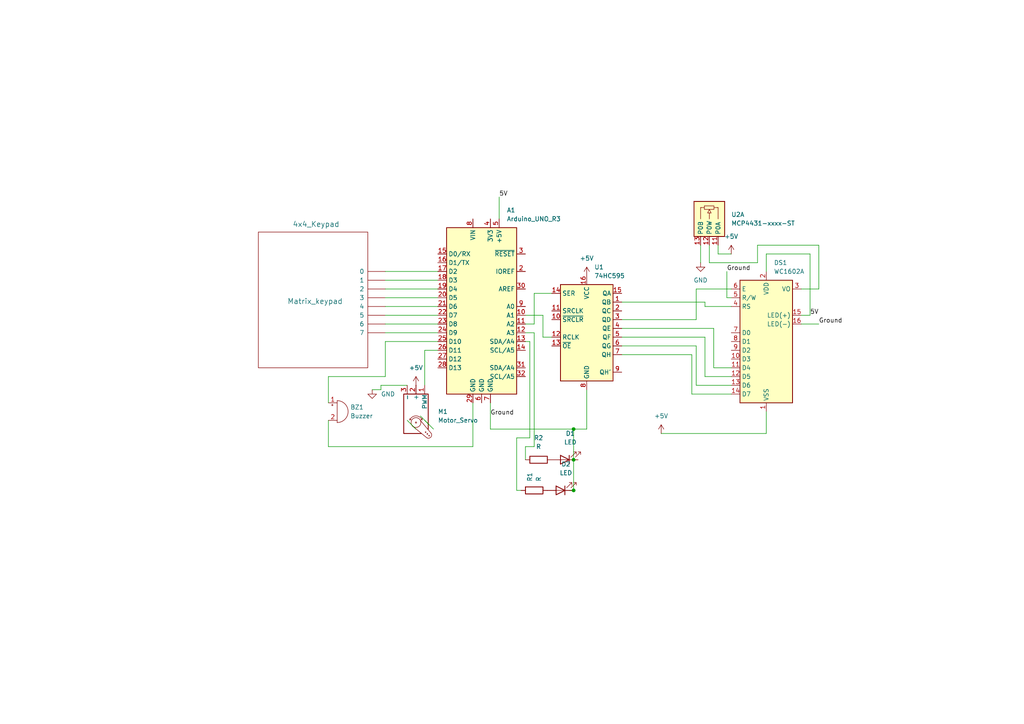
<source format=kicad_sch>
(kicad_sch
	(version 20231120)
	(generator "eeschema")
	(generator_version "8.0")
	(uuid "13b99a31-0370-4a47-a371-90f6ebb197c7")
	(paper "A4")
	(title_block
		(title "Prototype Schematic ")
	)
	(lib_symbols
		(symbol "4x4_keypad:4x4_Keypad"
			(pin_names
				(offset 1.016)
			)
			(exclude_from_sim no)
			(in_bom yes)
			(on_board yes)
			(property "Reference" "96BB2-006-F"
				(at 0 0 0)
				(effects
					(font
						(size 1.524 1.524)
					)
				)
			)
			(property "Value" "4x4_Keypad"
				(at 0 2.54 0)
				(effects
					(font
						(size 1.524 1.524)
					)
				)
			)
			(property "Footprint" ""
				(at 0 0 0)
				(effects
					(font
						(size 1.524 1.524)
					)
				)
			)
			(property "Datasheet" ""
				(at 0 0 0)
				(effects
					(font
						(size 1.524 1.524)
					)
				)
			)
			(property "Description" ""
				(at 0 0 0)
				(effects
					(font
						(size 1.27 1.27)
					)
					(hide yes)
				)
			)
			(symbol "4x4_Keypad_0_1"
				(rectangle
					(start -20.32 16.51)
					(end 19.05 -15.24)
					(stroke
						(width 0)
						(type solid)
					)
					(fill
						(type none)
					)
				)
			)
			(symbol "4x4_Keypad_1_1"
				(pin input line
					(at -8.89 21.59 270)
					(length 5.08)
					(name "0"
						(effects
							(font
								(size 1.27 1.27)
							)
						)
					)
					(number "~"
						(effects
							(font
								(size 1.27 1.27)
							)
						)
					)
				)
				(pin input line
					(at -6.35 21.59 270)
					(length 5.08)
					(name "1"
						(effects
							(font
								(size 1.27 1.27)
							)
						)
					)
					(number "~"
						(effects
							(font
								(size 1.27 1.27)
							)
						)
					)
				)
				(pin input line
					(at -3.81 21.59 270)
					(length 5.08)
					(name "2"
						(effects
							(font
								(size 1.27 1.27)
							)
						)
					)
					(number "~"
						(effects
							(font
								(size 1.27 1.27)
							)
						)
					)
				)
				(pin input line
					(at -1.27 21.59 270)
					(length 5.08)
					(name "3"
						(effects
							(font
								(size 1.27 1.27)
							)
						)
					)
					(number "~"
						(effects
							(font
								(size 1.27 1.27)
							)
						)
					)
				)
				(pin input line
					(at 1.27 21.59 270)
					(length 5.08)
					(name "4"
						(effects
							(font
								(size 1.27 1.27)
							)
						)
					)
					(number "~"
						(effects
							(font
								(size 1.27 1.27)
							)
						)
					)
				)
				(pin input line
					(at 3.81 21.59 270)
					(length 5.08)
					(name "5"
						(effects
							(font
								(size 1.27 1.27)
							)
						)
					)
					(number "~"
						(effects
							(font
								(size 1.27 1.27)
							)
						)
					)
				)
				(pin input line
					(at 6.35 21.59 270)
					(length 5.08)
					(name "6"
						(effects
							(font
								(size 1.27 1.27)
							)
						)
					)
					(number "~"
						(effects
							(font
								(size 1.27 1.27)
							)
						)
					)
				)
				(pin input line
					(at 8.89 21.59 270)
					(length 5.08)
					(name "7"
						(effects
							(font
								(size 1.27 1.27)
							)
						)
					)
					(number "~"
						(effects
							(font
								(size 1.27 1.27)
							)
						)
					)
				)
			)
		)
		(symbol "74xx:74HC595"
			(exclude_from_sim no)
			(in_bom yes)
			(on_board yes)
			(property "Reference" "U"
				(at -7.62 13.97 0)
				(effects
					(font
						(size 1.27 1.27)
					)
				)
			)
			(property "Value" "74HC595"
				(at -7.62 -16.51 0)
				(effects
					(font
						(size 1.27 1.27)
					)
				)
			)
			(property "Footprint" ""
				(at 0 0 0)
				(effects
					(font
						(size 1.27 1.27)
					)
					(hide yes)
				)
			)
			(property "Datasheet" "http://www.ti.com/lit/ds/symlink/sn74hc595.pdf"
				(at 0 0 0)
				(effects
					(font
						(size 1.27 1.27)
					)
					(hide yes)
				)
			)
			(property "Description" "8-bit serial in/out Shift Register 3-State Outputs"
				(at 0 0 0)
				(effects
					(font
						(size 1.27 1.27)
					)
					(hide yes)
				)
			)
			(property "ki_keywords" "HCMOS SR 3State"
				(at 0 0 0)
				(effects
					(font
						(size 1.27 1.27)
					)
					(hide yes)
				)
			)
			(property "ki_fp_filters" "DIP*W7.62mm* SOIC*3.9x9.9mm*P1.27mm* TSSOP*4.4x5mm*P0.65mm* SOIC*5.3x10.2mm*P1.27mm* SOIC*7.5x10.3mm*P1.27mm*"
				(at 0 0 0)
				(effects
					(font
						(size 1.27 1.27)
					)
					(hide yes)
				)
			)
			(symbol "74HC595_1_0"
				(pin tri_state line
					(at 10.16 7.62 180)
					(length 2.54)
					(name "QB"
						(effects
							(font
								(size 1.27 1.27)
							)
						)
					)
					(number "1"
						(effects
							(font
								(size 1.27 1.27)
							)
						)
					)
				)
				(pin input line
					(at -10.16 2.54 0)
					(length 2.54)
					(name "~{SRCLR}"
						(effects
							(font
								(size 1.27 1.27)
							)
						)
					)
					(number "10"
						(effects
							(font
								(size 1.27 1.27)
							)
						)
					)
				)
				(pin input line
					(at -10.16 5.08 0)
					(length 2.54)
					(name "SRCLK"
						(effects
							(font
								(size 1.27 1.27)
							)
						)
					)
					(number "11"
						(effects
							(font
								(size 1.27 1.27)
							)
						)
					)
				)
				(pin input line
					(at -10.16 -2.54 0)
					(length 2.54)
					(name "RCLK"
						(effects
							(font
								(size 1.27 1.27)
							)
						)
					)
					(number "12"
						(effects
							(font
								(size 1.27 1.27)
							)
						)
					)
				)
				(pin input line
					(at -10.16 -5.08 0)
					(length 2.54)
					(name "~{OE}"
						(effects
							(font
								(size 1.27 1.27)
							)
						)
					)
					(number "13"
						(effects
							(font
								(size 1.27 1.27)
							)
						)
					)
				)
				(pin input line
					(at -10.16 10.16 0)
					(length 2.54)
					(name "SER"
						(effects
							(font
								(size 1.27 1.27)
							)
						)
					)
					(number "14"
						(effects
							(font
								(size 1.27 1.27)
							)
						)
					)
				)
				(pin tri_state line
					(at 10.16 10.16 180)
					(length 2.54)
					(name "QA"
						(effects
							(font
								(size 1.27 1.27)
							)
						)
					)
					(number "15"
						(effects
							(font
								(size 1.27 1.27)
							)
						)
					)
				)
				(pin power_in line
					(at 0 15.24 270)
					(length 2.54)
					(name "VCC"
						(effects
							(font
								(size 1.27 1.27)
							)
						)
					)
					(number "16"
						(effects
							(font
								(size 1.27 1.27)
							)
						)
					)
				)
				(pin tri_state line
					(at 10.16 5.08 180)
					(length 2.54)
					(name "QC"
						(effects
							(font
								(size 1.27 1.27)
							)
						)
					)
					(number "2"
						(effects
							(font
								(size 1.27 1.27)
							)
						)
					)
				)
				(pin tri_state line
					(at 10.16 2.54 180)
					(length 2.54)
					(name "QD"
						(effects
							(font
								(size 1.27 1.27)
							)
						)
					)
					(number "3"
						(effects
							(font
								(size 1.27 1.27)
							)
						)
					)
				)
				(pin tri_state line
					(at 10.16 0 180)
					(length 2.54)
					(name "QE"
						(effects
							(font
								(size 1.27 1.27)
							)
						)
					)
					(number "4"
						(effects
							(font
								(size 1.27 1.27)
							)
						)
					)
				)
				(pin tri_state line
					(at 10.16 -2.54 180)
					(length 2.54)
					(name "QF"
						(effects
							(font
								(size 1.27 1.27)
							)
						)
					)
					(number "5"
						(effects
							(font
								(size 1.27 1.27)
							)
						)
					)
				)
				(pin tri_state line
					(at 10.16 -5.08 180)
					(length 2.54)
					(name "QG"
						(effects
							(font
								(size 1.27 1.27)
							)
						)
					)
					(number "6"
						(effects
							(font
								(size 1.27 1.27)
							)
						)
					)
				)
				(pin tri_state line
					(at 10.16 -7.62 180)
					(length 2.54)
					(name "QH"
						(effects
							(font
								(size 1.27 1.27)
							)
						)
					)
					(number "7"
						(effects
							(font
								(size 1.27 1.27)
							)
						)
					)
				)
				(pin power_in line
					(at 0 -17.78 90)
					(length 2.54)
					(name "GND"
						(effects
							(font
								(size 1.27 1.27)
							)
						)
					)
					(number "8"
						(effects
							(font
								(size 1.27 1.27)
							)
						)
					)
				)
				(pin output line
					(at 10.16 -12.7 180)
					(length 2.54)
					(name "QH'"
						(effects
							(font
								(size 1.27 1.27)
							)
						)
					)
					(number "9"
						(effects
							(font
								(size 1.27 1.27)
							)
						)
					)
				)
			)
			(symbol "74HC595_1_1"
				(rectangle
					(start -7.62 12.7)
					(end 7.62 -15.24)
					(stroke
						(width 0.254)
						(type default)
					)
					(fill
						(type background)
					)
				)
			)
		)
		(symbol "Device:Buzzer"
			(pin_names
				(offset 0.0254) hide)
			(exclude_from_sim no)
			(in_bom yes)
			(on_board yes)
			(property "Reference" "BZ"
				(at 3.81 1.27 0)
				(effects
					(font
						(size 1.27 1.27)
					)
					(justify left)
				)
			)
			(property "Value" "Buzzer"
				(at 3.81 -1.27 0)
				(effects
					(font
						(size 1.27 1.27)
					)
					(justify left)
				)
			)
			(property "Footprint" ""
				(at -0.635 2.54 90)
				(effects
					(font
						(size 1.27 1.27)
					)
					(hide yes)
				)
			)
			(property "Datasheet" "~"
				(at -0.635 2.54 90)
				(effects
					(font
						(size 1.27 1.27)
					)
					(hide yes)
				)
			)
			(property "Description" "Buzzer, polarized"
				(at 0 0 0)
				(effects
					(font
						(size 1.27 1.27)
					)
					(hide yes)
				)
			)
			(property "ki_keywords" "quartz resonator ceramic"
				(at 0 0 0)
				(effects
					(font
						(size 1.27 1.27)
					)
					(hide yes)
				)
			)
			(property "ki_fp_filters" "*Buzzer*"
				(at 0 0 0)
				(effects
					(font
						(size 1.27 1.27)
					)
					(hide yes)
				)
			)
			(symbol "Buzzer_0_1"
				(arc
					(start 0 -3.175)
					(mid 3.1612 0)
					(end 0 3.175)
					(stroke
						(width 0)
						(type default)
					)
					(fill
						(type none)
					)
				)
				(polyline
					(pts
						(xy -1.651 1.905) (xy -1.143 1.905)
					)
					(stroke
						(width 0)
						(type default)
					)
					(fill
						(type none)
					)
				)
				(polyline
					(pts
						(xy -1.397 2.159) (xy -1.397 1.651)
					)
					(stroke
						(width 0)
						(type default)
					)
					(fill
						(type none)
					)
				)
				(polyline
					(pts
						(xy 0 3.175) (xy 0 -3.175)
					)
					(stroke
						(width 0)
						(type default)
					)
					(fill
						(type none)
					)
				)
			)
			(symbol "Buzzer_1_1"
				(pin passive line
					(at -2.54 2.54 0)
					(length 2.54)
					(name "+"
						(effects
							(font
								(size 1.27 1.27)
							)
						)
					)
					(number "1"
						(effects
							(font
								(size 1.27 1.27)
							)
						)
					)
				)
				(pin passive line
					(at -2.54 -2.54 0)
					(length 2.54)
					(name "-"
						(effects
							(font
								(size 1.27 1.27)
							)
						)
					)
					(number "2"
						(effects
							(font
								(size 1.27 1.27)
							)
						)
					)
				)
			)
		)
		(symbol "Device:LED"
			(pin_numbers hide)
			(pin_names
				(offset 1.016) hide)
			(exclude_from_sim no)
			(in_bom yes)
			(on_board yes)
			(property "Reference" "D"
				(at 0 2.54 0)
				(effects
					(font
						(size 1.27 1.27)
					)
				)
			)
			(property "Value" "LED"
				(at 0 -2.54 0)
				(effects
					(font
						(size 1.27 1.27)
					)
				)
			)
			(property "Footprint" ""
				(at 0 0 0)
				(effects
					(font
						(size 1.27 1.27)
					)
					(hide yes)
				)
			)
			(property "Datasheet" "~"
				(at 0 0 0)
				(effects
					(font
						(size 1.27 1.27)
					)
					(hide yes)
				)
			)
			(property "Description" "Light emitting diode"
				(at 0 0 0)
				(effects
					(font
						(size 1.27 1.27)
					)
					(hide yes)
				)
			)
			(property "ki_keywords" "LED diode"
				(at 0 0 0)
				(effects
					(font
						(size 1.27 1.27)
					)
					(hide yes)
				)
			)
			(property "ki_fp_filters" "LED* LED_SMD:* LED_THT:*"
				(at 0 0 0)
				(effects
					(font
						(size 1.27 1.27)
					)
					(hide yes)
				)
			)
			(symbol "LED_0_1"
				(polyline
					(pts
						(xy -1.27 -1.27) (xy -1.27 1.27)
					)
					(stroke
						(width 0.254)
						(type default)
					)
					(fill
						(type none)
					)
				)
				(polyline
					(pts
						(xy -1.27 0) (xy 1.27 0)
					)
					(stroke
						(width 0)
						(type default)
					)
					(fill
						(type none)
					)
				)
				(polyline
					(pts
						(xy 1.27 -1.27) (xy 1.27 1.27) (xy -1.27 0) (xy 1.27 -1.27)
					)
					(stroke
						(width 0.254)
						(type default)
					)
					(fill
						(type none)
					)
				)
				(polyline
					(pts
						(xy -3.048 -0.762) (xy -4.572 -2.286) (xy -3.81 -2.286) (xy -4.572 -2.286) (xy -4.572 -1.524)
					)
					(stroke
						(width 0)
						(type default)
					)
					(fill
						(type none)
					)
				)
				(polyline
					(pts
						(xy -1.778 -0.762) (xy -3.302 -2.286) (xy -2.54 -2.286) (xy -3.302 -2.286) (xy -3.302 -1.524)
					)
					(stroke
						(width 0)
						(type default)
					)
					(fill
						(type none)
					)
				)
			)
			(symbol "LED_1_1"
				(pin passive line
					(at -3.81 0 0)
					(length 2.54)
					(name "K"
						(effects
							(font
								(size 1.27 1.27)
							)
						)
					)
					(number "1"
						(effects
							(font
								(size 1.27 1.27)
							)
						)
					)
				)
				(pin passive line
					(at 3.81 0 180)
					(length 2.54)
					(name "A"
						(effects
							(font
								(size 1.27 1.27)
							)
						)
					)
					(number "2"
						(effects
							(font
								(size 1.27 1.27)
							)
						)
					)
				)
			)
		)
		(symbol "Device:R"
			(pin_numbers hide)
			(pin_names
				(offset 0)
			)
			(exclude_from_sim no)
			(in_bom yes)
			(on_board yes)
			(property "Reference" "R"
				(at 2.032 0 90)
				(effects
					(font
						(size 1.27 1.27)
					)
				)
			)
			(property "Value" "R"
				(at 0 0 90)
				(effects
					(font
						(size 1.27 1.27)
					)
				)
			)
			(property "Footprint" ""
				(at -1.778 0 90)
				(effects
					(font
						(size 1.27 1.27)
					)
					(hide yes)
				)
			)
			(property "Datasheet" "~"
				(at 0 0 0)
				(effects
					(font
						(size 1.27 1.27)
					)
					(hide yes)
				)
			)
			(property "Description" "Resistor"
				(at 0 0 0)
				(effects
					(font
						(size 1.27 1.27)
					)
					(hide yes)
				)
			)
			(property "ki_keywords" "R res resistor"
				(at 0 0 0)
				(effects
					(font
						(size 1.27 1.27)
					)
					(hide yes)
				)
			)
			(property "ki_fp_filters" "R_*"
				(at 0 0 0)
				(effects
					(font
						(size 1.27 1.27)
					)
					(hide yes)
				)
			)
			(symbol "R_0_1"
				(rectangle
					(start -1.016 -2.54)
					(end 1.016 2.54)
					(stroke
						(width 0.254)
						(type default)
					)
					(fill
						(type none)
					)
				)
			)
			(symbol "R_1_1"
				(pin passive line
					(at 0 3.81 270)
					(length 1.27)
					(name "~"
						(effects
							(font
								(size 1.27 1.27)
							)
						)
					)
					(number "1"
						(effects
							(font
								(size 1.27 1.27)
							)
						)
					)
				)
				(pin passive line
					(at 0 -3.81 90)
					(length 1.27)
					(name "~"
						(effects
							(font
								(size 1.27 1.27)
							)
						)
					)
					(number "2"
						(effects
							(font
								(size 1.27 1.27)
							)
						)
					)
				)
			)
		)
		(symbol "Display_Character:WC1602A"
			(exclude_from_sim no)
			(in_bom yes)
			(on_board yes)
			(property "Reference" "DS"
				(at -5.842 19.05 0)
				(effects
					(font
						(size 1.27 1.27)
					)
				)
			)
			(property "Value" "WC1602A"
				(at 5.334 19.05 0)
				(effects
					(font
						(size 1.27 1.27)
					)
				)
			)
			(property "Footprint" "Display:WC1602A"
				(at 0 -22.86 0)
				(effects
					(font
						(size 1.27 1.27)
						(italic yes)
					)
					(hide yes)
				)
			)
			(property "Datasheet" "http://www.wincomlcd.com/pdf/WC1602A-SFYLYHTC06.pdf"
				(at 17.78 0 0)
				(effects
					(font
						(size 1.27 1.27)
					)
					(hide yes)
				)
			)
			(property "Description" "LCD 16x2 Alphanumeric , 8 bit parallel bus, 5V VDD"
				(at 0 0 0)
				(effects
					(font
						(size 1.27 1.27)
					)
					(hide yes)
				)
			)
			(property "ki_keywords" "display LCD dot-matrix"
				(at 0 0 0)
				(effects
					(font
						(size 1.27 1.27)
					)
					(hide yes)
				)
			)
			(property "ki_fp_filters" "*WC*1602A*"
				(at 0 0 0)
				(effects
					(font
						(size 1.27 1.27)
					)
					(hide yes)
				)
			)
			(symbol "WC1602A_1_1"
				(rectangle
					(start -7.62 17.78)
					(end 7.62 -17.78)
					(stroke
						(width 0.254)
						(type default)
					)
					(fill
						(type background)
					)
				)
				(pin power_in line
					(at 0 -20.32 90)
					(length 2.54)
					(name "VSS"
						(effects
							(font
								(size 1.27 1.27)
							)
						)
					)
					(number "1"
						(effects
							(font
								(size 1.27 1.27)
							)
						)
					)
				)
				(pin input line
					(at -10.16 -5.08 0)
					(length 2.54)
					(name "D3"
						(effects
							(font
								(size 1.27 1.27)
							)
						)
					)
					(number "10"
						(effects
							(font
								(size 1.27 1.27)
							)
						)
					)
				)
				(pin input line
					(at -10.16 -7.62 0)
					(length 2.54)
					(name "D4"
						(effects
							(font
								(size 1.27 1.27)
							)
						)
					)
					(number "11"
						(effects
							(font
								(size 1.27 1.27)
							)
						)
					)
				)
				(pin input line
					(at -10.16 -10.16 0)
					(length 2.54)
					(name "D5"
						(effects
							(font
								(size 1.27 1.27)
							)
						)
					)
					(number "12"
						(effects
							(font
								(size 1.27 1.27)
							)
						)
					)
				)
				(pin input line
					(at -10.16 -12.7 0)
					(length 2.54)
					(name "D6"
						(effects
							(font
								(size 1.27 1.27)
							)
						)
					)
					(number "13"
						(effects
							(font
								(size 1.27 1.27)
							)
						)
					)
				)
				(pin input line
					(at -10.16 -15.24 0)
					(length 2.54)
					(name "D7"
						(effects
							(font
								(size 1.27 1.27)
							)
						)
					)
					(number "14"
						(effects
							(font
								(size 1.27 1.27)
							)
						)
					)
				)
				(pin power_in line
					(at 10.16 7.62 180)
					(length 2.54)
					(name "LED(+)"
						(effects
							(font
								(size 1.27 1.27)
							)
						)
					)
					(number "15"
						(effects
							(font
								(size 1.27 1.27)
							)
						)
					)
				)
				(pin power_in line
					(at 10.16 5.08 180)
					(length 2.54)
					(name "LED(-)"
						(effects
							(font
								(size 1.27 1.27)
							)
						)
					)
					(number "16"
						(effects
							(font
								(size 1.27 1.27)
							)
						)
					)
				)
				(pin power_in line
					(at 0 20.32 270)
					(length 2.54)
					(name "VDD"
						(effects
							(font
								(size 1.27 1.27)
							)
						)
					)
					(number "2"
						(effects
							(font
								(size 1.27 1.27)
							)
						)
					)
				)
				(pin input line
					(at 10.16 15.24 180)
					(length 2.54)
					(name "VO"
						(effects
							(font
								(size 1.27 1.27)
							)
						)
					)
					(number "3"
						(effects
							(font
								(size 1.27 1.27)
							)
						)
					)
				)
				(pin input line
					(at -10.16 10.16 0)
					(length 2.54)
					(name "RS"
						(effects
							(font
								(size 1.27 1.27)
							)
						)
					)
					(number "4"
						(effects
							(font
								(size 1.27 1.27)
							)
						)
					)
				)
				(pin input line
					(at -10.16 12.7 0)
					(length 2.54)
					(name "R/W"
						(effects
							(font
								(size 1.27 1.27)
							)
						)
					)
					(number "5"
						(effects
							(font
								(size 1.27 1.27)
							)
						)
					)
				)
				(pin input line
					(at -10.16 15.24 0)
					(length 2.54)
					(name "E"
						(effects
							(font
								(size 1.27 1.27)
							)
						)
					)
					(number "6"
						(effects
							(font
								(size 1.27 1.27)
							)
						)
					)
				)
				(pin input line
					(at -10.16 2.54 0)
					(length 2.54)
					(name "D0"
						(effects
							(font
								(size 1.27 1.27)
							)
						)
					)
					(number "7"
						(effects
							(font
								(size 1.27 1.27)
							)
						)
					)
				)
				(pin input line
					(at -10.16 0 0)
					(length 2.54)
					(name "D1"
						(effects
							(font
								(size 1.27 1.27)
							)
						)
					)
					(number "8"
						(effects
							(font
								(size 1.27 1.27)
							)
						)
					)
				)
				(pin input line
					(at -10.16 -2.54 0)
					(length 2.54)
					(name "D2"
						(effects
							(font
								(size 1.27 1.27)
							)
						)
					)
					(number "9"
						(effects
							(font
								(size 1.27 1.27)
							)
						)
					)
				)
			)
		)
		(symbol "MCU_Module:Arduino_UNO_R3"
			(exclude_from_sim no)
			(in_bom yes)
			(on_board yes)
			(property "Reference" "A"
				(at -10.16 23.495 0)
				(effects
					(font
						(size 1.27 1.27)
					)
					(justify left bottom)
				)
			)
			(property "Value" "Arduino_UNO_R3"
				(at 5.08 -26.67 0)
				(effects
					(font
						(size 1.27 1.27)
					)
					(justify left top)
				)
			)
			(property "Footprint" "Module:Arduino_UNO_R3"
				(at 0 0 0)
				(effects
					(font
						(size 1.27 1.27)
						(italic yes)
					)
					(hide yes)
				)
			)
			(property "Datasheet" "https://www.arduino.cc/en/Main/arduinoBoardUno"
				(at 0 0 0)
				(effects
					(font
						(size 1.27 1.27)
					)
					(hide yes)
				)
			)
			(property "Description" "Arduino UNO Microcontroller Module, release 3"
				(at 0 0 0)
				(effects
					(font
						(size 1.27 1.27)
					)
					(hide yes)
				)
			)
			(property "ki_keywords" "Arduino UNO R3 Microcontroller Module Atmel AVR USB"
				(at 0 0 0)
				(effects
					(font
						(size 1.27 1.27)
					)
					(hide yes)
				)
			)
			(property "ki_fp_filters" "Arduino*UNO*R3*"
				(at 0 0 0)
				(effects
					(font
						(size 1.27 1.27)
					)
					(hide yes)
				)
			)
			(symbol "Arduino_UNO_R3_0_1"
				(rectangle
					(start -10.16 22.86)
					(end 10.16 -25.4)
					(stroke
						(width 0.254)
						(type default)
					)
					(fill
						(type background)
					)
				)
			)
			(symbol "Arduino_UNO_R3_1_1"
				(pin no_connect line
					(at -10.16 -20.32 0)
					(length 2.54) hide
					(name "NC"
						(effects
							(font
								(size 1.27 1.27)
							)
						)
					)
					(number "1"
						(effects
							(font
								(size 1.27 1.27)
							)
						)
					)
				)
				(pin bidirectional line
					(at 12.7 -2.54 180)
					(length 2.54)
					(name "A1"
						(effects
							(font
								(size 1.27 1.27)
							)
						)
					)
					(number "10"
						(effects
							(font
								(size 1.27 1.27)
							)
						)
					)
				)
				(pin bidirectional line
					(at 12.7 -5.08 180)
					(length 2.54)
					(name "A2"
						(effects
							(font
								(size 1.27 1.27)
							)
						)
					)
					(number "11"
						(effects
							(font
								(size 1.27 1.27)
							)
						)
					)
				)
				(pin bidirectional line
					(at 12.7 -7.62 180)
					(length 2.54)
					(name "A3"
						(effects
							(font
								(size 1.27 1.27)
							)
						)
					)
					(number "12"
						(effects
							(font
								(size 1.27 1.27)
							)
						)
					)
				)
				(pin bidirectional line
					(at 12.7 -10.16 180)
					(length 2.54)
					(name "SDA/A4"
						(effects
							(font
								(size 1.27 1.27)
							)
						)
					)
					(number "13"
						(effects
							(font
								(size 1.27 1.27)
							)
						)
					)
				)
				(pin bidirectional line
					(at 12.7 -12.7 180)
					(length 2.54)
					(name "SCL/A5"
						(effects
							(font
								(size 1.27 1.27)
							)
						)
					)
					(number "14"
						(effects
							(font
								(size 1.27 1.27)
							)
						)
					)
				)
				(pin bidirectional line
					(at -12.7 15.24 0)
					(length 2.54)
					(name "D0/RX"
						(effects
							(font
								(size 1.27 1.27)
							)
						)
					)
					(number "15"
						(effects
							(font
								(size 1.27 1.27)
							)
						)
					)
				)
				(pin bidirectional line
					(at -12.7 12.7 0)
					(length 2.54)
					(name "D1/TX"
						(effects
							(font
								(size 1.27 1.27)
							)
						)
					)
					(number "16"
						(effects
							(font
								(size 1.27 1.27)
							)
						)
					)
				)
				(pin bidirectional line
					(at -12.7 10.16 0)
					(length 2.54)
					(name "D2"
						(effects
							(font
								(size 1.27 1.27)
							)
						)
					)
					(number "17"
						(effects
							(font
								(size 1.27 1.27)
							)
						)
					)
				)
				(pin bidirectional line
					(at -12.7 7.62 0)
					(length 2.54)
					(name "D3"
						(effects
							(font
								(size 1.27 1.27)
							)
						)
					)
					(number "18"
						(effects
							(font
								(size 1.27 1.27)
							)
						)
					)
				)
				(pin bidirectional line
					(at -12.7 5.08 0)
					(length 2.54)
					(name "D4"
						(effects
							(font
								(size 1.27 1.27)
							)
						)
					)
					(number "19"
						(effects
							(font
								(size 1.27 1.27)
							)
						)
					)
				)
				(pin output line
					(at 12.7 10.16 180)
					(length 2.54)
					(name "IOREF"
						(effects
							(font
								(size 1.27 1.27)
							)
						)
					)
					(number "2"
						(effects
							(font
								(size 1.27 1.27)
							)
						)
					)
				)
				(pin bidirectional line
					(at -12.7 2.54 0)
					(length 2.54)
					(name "D5"
						(effects
							(font
								(size 1.27 1.27)
							)
						)
					)
					(number "20"
						(effects
							(font
								(size 1.27 1.27)
							)
						)
					)
				)
				(pin bidirectional line
					(at -12.7 0 0)
					(length 2.54)
					(name "D6"
						(effects
							(font
								(size 1.27 1.27)
							)
						)
					)
					(number "21"
						(effects
							(font
								(size 1.27 1.27)
							)
						)
					)
				)
				(pin bidirectional line
					(at -12.7 -2.54 0)
					(length 2.54)
					(name "D7"
						(effects
							(font
								(size 1.27 1.27)
							)
						)
					)
					(number "22"
						(effects
							(font
								(size 1.27 1.27)
							)
						)
					)
				)
				(pin bidirectional line
					(at -12.7 -5.08 0)
					(length 2.54)
					(name "D8"
						(effects
							(font
								(size 1.27 1.27)
							)
						)
					)
					(number "23"
						(effects
							(font
								(size 1.27 1.27)
							)
						)
					)
				)
				(pin bidirectional line
					(at -12.7 -7.62 0)
					(length 2.54)
					(name "D9"
						(effects
							(font
								(size 1.27 1.27)
							)
						)
					)
					(number "24"
						(effects
							(font
								(size 1.27 1.27)
							)
						)
					)
				)
				(pin bidirectional line
					(at -12.7 -10.16 0)
					(length 2.54)
					(name "D10"
						(effects
							(font
								(size 1.27 1.27)
							)
						)
					)
					(number "25"
						(effects
							(font
								(size 1.27 1.27)
							)
						)
					)
				)
				(pin bidirectional line
					(at -12.7 -12.7 0)
					(length 2.54)
					(name "D11"
						(effects
							(font
								(size 1.27 1.27)
							)
						)
					)
					(number "26"
						(effects
							(font
								(size 1.27 1.27)
							)
						)
					)
				)
				(pin bidirectional line
					(at -12.7 -15.24 0)
					(length 2.54)
					(name "D12"
						(effects
							(font
								(size 1.27 1.27)
							)
						)
					)
					(number "27"
						(effects
							(font
								(size 1.27 1.27)
							)
						)
					)
				)
				(pin bidirectional line
					(at -12.7 -17.78 0)
					(length 2.54)
					(name "D13"
						(effects
							(font
								(size 1.27 1.27)
							)
						)
					)
					(number "28"
						(effects
							(font
								(size 1.27 1.27)
							)
						)
					)
				)
				(pin power_in line
					(at -2.54 -27.94 90)
					(length 2.54)
					(name "GND"
						(effects
							(font
								(size 1.27 1.27)
							)
						)
					)
					(number "29"
						(effects
							(font
								(size 1.27 1.27)
							)
						)
					)
				)
				(pin input line
					(at 12.7 15.24 180)
					(length 2.54)
					(name "~{RESET}"
						(effects
							(font
								(size 1.27 1.27)
							)
						)
					)
					(number "3"
						(effects
							(font
								(size 1.27 1.27)
							)
						)
					)
				)
				(pin input line
					(at 12.7 5.08 180)
					(length 2.54)
					(name "AREF"
						(effects
							(font
								(size 1.27 1.27)
							)
						)
					)
					(number "30"
						(effects
							(font
								(size 1.27 1.27)
							)
						)
					)
				)
				(pin bidirectional line
					(at 12.7 -17.78 180)
					(length 2.54)
					(name "SDA/A4"
						(effects
							(font
								(size 1.27 1.27)
							)
						)
					)
					(number "31"
						(effects
							(font
								(size 1.27 1.27)
							)
						)
					)
				)
				(pin bidirectional line
					(at 12.7 -20.32 180)
					(length 2.54)
					(name "SCL/A5"
						(effects
							(font
								(size 1.27 1.27)
							)
						)
					)
					(number "32"
						(effects
							(font
								(size 1.27 1.27)
							)
						)
					)
				)
				(pin power_out line
					(at 2.54 25.4 270)
					(length 2.54)
					(name "3V3"
						(effects
							(font
								(size 1.27 1.27)
							)
						)
					)
					(number "4"
						(effects
							(font
								(size 1.27 1.27)
							)
						)
					)
				)
				(pin power_out line
					(at 5.08 25.4 270)
					(length 2.54)
					(name "+5V"
						(effects
							(font
								(size 1.27 1.27)
							)
						)
					)
					(number "5"
						(effects
							(font
								(size 1.27 1.27)
							)
						)
					)
				)
				(pin power_in line
					(at 0 -27.94 90)
					(length 2.54)
					(name "GND"
						(effects
							(font
								(size 1.27 1.27)
							)
						)
					)
					(number "6"
						(effects
							(font
								(size 1.27 1.27)
							)
						)
					)
				)
				(pin power_in line
					(at 2.54 -27.94 90)
					(length 2.54)
					(name "GND"
						(effects
							(font
								(size 1.27 1.27)
							)
						)
					)
					(number "7"
						(effects
							(font
								(size 1.27 1.27)
							)
						)
					)
				)
				(pin power_in line
					(at -2.54 25.4 270)
					(length 2.54)
					(name "VIN"
						(effects
							(font
								(size 1.27 1.27)
							)
						)
					)
					(number "8"
						(effects
							(font
								(size 1.27 1.27)
							)
						)
					)
				)
				(pin bidirectional line
					(at 12.7 0 180)
					(length 2.54)
					(name "A0"
						(effects
							(font
								(size 1.27 1.27)
							)
						)
					)
					(number "9"
						(effects
							(font
								(size 1.27 1.27)
							)
						)
					)
				)
			)
		)
		(symbol "Motor:Motor_Servo"
			(pin_names
				(offset 0.0254)
			)
			(exclude_from_sim no)
			(in_bom yes)
			(on_board yes)
			(property "Reference" "M"
				(at -5.08 4.445 0)
				(effects
					(font
						(size 1.27 1.27)
					)
					(justify left)
				)
			)
			(property "Value" "Motor_Servo"
				(at -5.08 -4.064 0)
				(effects
					(font
						(size 1.27 1.27)
					)
					(justify left top)
				)
			)
			(property "Footprint" ""
				(at 0 -4.826 0)
				(effects
					(font
						(size 1.27 1.27)
					)
					(hide yes)
				)
			)
			(property "Datasheet" "http://forums.parallax.com/uploads/attachments/46831/74481.png"
				(at 0 -4.826 0)
				(effects
					(font
						(size 1.27 1.27)
					)
					(hide yes)
				)
			)
			(property "Description" "Servo Motor (Futaba, HiTec, JR connector)"
				(at 0 0 0)
				(effects
					(font
						(size 1.27 1.27)
					)
					(hide yes)
				)
			)
			(property "ki_keywords" "Servo Motor"
				(at 0 0 0)
				(effects
					(font
						(size 1.27 1.27)
					)
					(hide yes)
				)
			)
			(property "ki_fp_filters" "PinHeader*P2.54mm*"
				(at 0 0 0)
				(effects
					(font
						(size 1.27 1.27)
					)
					(hide yes)
				)
			)
			(symbol "Motor_Servo_0_1"
				(polyline
					(pts
						(xy 2.413 -1.778) (xy 2.032 -1.778)
					)
					(stroke
						(width 0)
						(type default)
					)
					(fill
						(type none)
					)
				)
				(polyline
					(pts
						(xy 2.413 -1.778) (xy 2.286 -1.397)
					)
					(stroke
						(width 0)
						(type default)
					)
					(fill
						(type none)
					)
				)
				(polyline
					(pts
						(xy 2.413 1.778) (xy 1.905 1.778)
					)
					(stroke
						(width 0)
						(type default)
					)
					(fill
						(type none)
					)
				)
				(polyline
					(pts
						(xy 2.413 1.778) (xy 2.286 1.397)
					)
					(stroke
						(width 0)
						(type default)
					)
					(fill
						(type none)
					)
				)
				(polyline
					(pts
						(xy 6.35 4.445) (xy 2.54 1.27)
					)
					(stroke
						(width 0)
						(type default)
					)
					(fill
						(type none)
					)
				)
				(polyline
					(pts
						(xy 7.62 3.175) (xy 4.191 -1.016)
					)
					(stroke
						(width 0)
						(type default)
					)
					(fill
						(type none)
					)
				)
				(polyline
					(pts
						(xy 5.08 3.556) (xy -5.08 3.556) (xy -5.08 -3.556) (xy 6.35 -3.556) (xy 6.35 1.524)
					)
					(stroke
						(width 0.254)
						(type default)
					)
					(fill
						(type none)
					)
				)
				(arc
					(start 2.413 1.778)
					(mid 1.2406 0)
					(end 2.413 -1.778)
					(stroke
						(width 0)
						(type default)
					)
					(fill
						(type none)
					)
				)
				(circle
					(center 3.175 0)
					(radius 0.1778)
					(stroke
						(width 0)
						(type default)
					)
					(fill
						(type none)
					)
				)
				(circle
					(center 3.175 0)
					(radius 1.4224)
					(stroke
						(width 0)
						(type default)
					)
					(fill
						(type none)
					)
				)
				(circle
					(center 5.969 2.794)
					(radius 0.127)
					(stroke
						(width 0)
						(type default)
					)
					(fill
						(type none)
					)
				)
				(circle
					(center 6.477 3.302)
					(radius 0.127)
					(stroke
						(width 0)
						(type default)
					)
					(fill
						(type none)
					)
				)
				(circle
					(center 6.985 3.81)
					(radius 0.127)
					(stroke
						(width 0)
						(type default)
					)
					(fill
						(type none)
					)
				)
				(arc
					(start 7.62 3.175)
					(mid 7.4485 4.2735)
					(end 6.35 4.445)
					(stroke
						(width 0)
						(type default)
					)
					(fill
						(type none)
					)
				)
			)
			(symbol "Motor_Servo_1_1"
				(pin passive line
					(at -7.62 2.54 0)
					(length 2.54)
					(name "PWM"
						(effects
							(font
								(size 1.27 1.27)
							)
						)
					)
					(number "1"
						(effects
							(font
								(size 1.27 1.27)
							)
						)
					)
				)
				(pin passive line
					(at -7.62 0 0)
					(length 2.54)
					(name "+"
						(effects
							(font
								(size 1.27 1.27)
							)
						)
					)
					(number "2"
						(effects
							(font
								(size 1.27 1.27)
							)
						)
					)
				)
				(pin passive line
					(at -7.62 -2.54 0)
					(length 2.54)
					(name "-"
						(effects
							(font
								(size 1.27 1.27)
							)
						)
					)
					(number "3"
						(effects
							(font
								(size 1.27 1.27)
							)
						)
					)
				)
			)
		)
		(symbol "Potentiometer_Digital:MCP4431-xxxx-ST"
			(exclude_from_sim no)
			(in_bom yes)
			(on_board yes)
			(property "Reference" "U"
				(at -8.89 11.43 0)
				(effects
					(font
						(size 1.27 1.27)
					)
				)
			)
			(property "Value" "MCP4431-xxxx-ST"
				(at 10.16 -11.43 0)
				(effects
					(font
						(size 1.27 1.27)
					)
				)
			)
			(property "Footprint" "Package_SO:TSSOP-20_4.4x6.5mm_P0.65mm"
				(at 0 -12.7 0)
				(effects
					(font
						(size 1.27 1.27)
					)
					(hide yes)
				)
			)
			(property "Datasheet" "https://ww1.microchip.com/downloads/en/DeviceDoc/22267A_MCP4431.pdf"
				(at 0 -15.24 0)
				(effects
					(font
						(size 1.27 1.27)
					)
					(hide yes)
				)
			)
			(property "Description" "Quad 7 Bit Digital Potentiometer, I²C, Volatile Memory, TSSOP-20"
				(at 0 0 0)
				(effects
					(font
						(size 1.27 1.27)
					)
					(hide yes)
				)
			)
			(property "ki_locked" ""
				(at 0 0 0)
				(effects
					(font
						(size 1.27 1.27)
					)
				)
			)
			(property "ki_keywords" "Digital Pot Potentiometer DigiPot"
				(at 0 0 0)
				(effects
					(font
						(size 1.27 1.27)
					)
					(hide yes)
				)
			)
			(property "ki_fp_filters" "TSSOP*4.4x6.5mm*P0.65mm*"
				(at 0 0 0)
				(effects
					(font
						(size 1.27 1.27)
					)
					(hide yes)
				)
			)
			(symbol "MCP4431-xxxx-ST_1_1"
				(polyline
					(pts
						(xy 1.7272 0) (xy 0 0)
					)
					(stroke
						(width 0)
						(type default)
					)
					(fill
						(type none)
					)
				)
				(polyline
					(pts
						(xy 3.302 -2.54) (xy 0 -2.54)
					)
					(stroke
						(width 0)
						(type default)
					)
					(fill
						(type background)
					)
				)
				(polyline
					(pts
						(xy 3.302 -2.3114) (xy 3.302 -1.3716)
					)
					(stroke
						(width 0)
						(type default)
					)
					(fill
						(type none)
					)
				)
				(polyline
					(pts
						(xy 3.302 2.286) (xy 3.302 1.4478)
					)
					(stroke
						(width 0)
						(type default)
					)
					(fill
						(type none)
					)
				)
				(polyline
					(pts
						(xy 3.302 2.54) (xy 0 2.54)
					)
					(stroke
						(width 0)
						(type default)
					)
					(fill
						(type background)
					)
				)
				(polyline
					(pts
						(xy 3.302 -2.54) (xy 3.302 -2.286) (xy 3.302 -2.286)
					)
					(stroke
						(width 0)
						(type default)
					)
					(fill
						(type none)
					)
				)
				(polyline
					(pts
						(xy 3.302 2.54) (xy 3.302 2.286) (xy 3.302 2.286)
					)
					(stroke
						(width 0)
						(type default)
					)
					(fill
						(type background)
					)
				)
				(polyline
					(pts
						(xy 1.7272 -0.508) (xy 1.7272 0.508) (xy 2.7432 0) (xy 1.7272 -0.508) (xy 1.7272 -0.508)
					)
					(stroke
						(width 0)
						(type default)
					)
					(fill
						(type none)
					)
				)
				(rectangle
					(start 3.7846 -1.3462)
					(end 2.7686 1.4478)
					(stroke
						(width 0)
						(type default)
					)
					(fill
						(type none)
					)
				)
				(rectangle
					(start 5.08 -4.445)
					(end -5.08 4.445)
					(stroke
						(width 0.254)
						(type default)
					)
					(fill
						(type background)
					)
				)
				(pin passive line
					(at -7.62 -2.54 0)
					(length 2.54)
					(name "P0A"
						(effects
							(font
								(size 1.27 1.27)
							)
						)
					)
					(number "11"
						(effects
							(font
								(size 1.27 1.27)
							)
						)
					)
				)
				(pin passive line
					(at -7.62 0 0)
					(length 2.54)
					(name "P0W"
						(effects
							(font
								(size 1.27 1.27)
							)
						)
					)
					(number "12"
						(effects
							(font
								(size 1.27 1.27)
							)
						)
					)
				)
				(pin passive line
					(at -7.62 2.54 0)
					(length 2.54)
					(name "P0B"
						(effects
							(font
								(size 1.27 1.27)
							)
						)
					)
					(number "13"
						(effects
							(font
								(size 1.27 1.27)
							)
						)
					)
				)
			)
			(symbol "MCP4431-xxxx-ST_2_1"
				(polyline
					(pts
						(xy 1.7272 0) (xy 0 0)
					)
					(stroke
						(width 0)
						(type default)
					)
					(fill
						(type none)
					)
				)
				(polyline
					(pts
						(xy 3.302 -2.54) (xy 0 -2.54)
					)
					(stroke
						(width 0)
						(type default)
					)
					(fill
						(type background)
					)
				)
				(polyline
					(pts
						(xy 3.302 -2.3114) (xy 3.302 -1.3716)
					)
					(stroke
						(width 0)
						(type default)
					)
					(fill
						(type none)
					)
				)
				(polyline
					(pts
						(xy 3.302 2.286) (xy 3.302 1.4478)
					)
					(stroke
						(width 0)
						(type default)
					)
					(fill
						(type none)
					)
				)
				(polyline
					(pts
						(xy 3.302 2.54) (xy 0 2.54)
					)
					(stroke
						(width 0)
						(type default)
					)
					(fill
						(type background)
					)
				)
				(polyline
					(pts
						(xy 3.302 -2.54) (xy 3.302 -2.286) (xy 3.302 -2.286)
					)
					(stroke
						(width 0)
						(type default)
					)
					(fill
						(type none)
					)
				)
				(polyline
					(pts
						(xy 3.302 2.54) (xy 3.302 2.286) (xy 3.302 2.286)
					)
					(stroke
						(width 0)
						(type default)
					)
					(fill
						(type background)
					)
				)
				(polyline
					(pts
						(xy 1.7272 -0.508) (xy 1.7272 0.508) (xy 2.7432 0) (xy 1.7272 -0.508) (xy 1.7272 -0.508)
					)
					(stroke
						(width 0)
						(type default)
					)
					(fill
						(type none)
					)
				)
				(rectangle
					(start 3.7846 -1.3462)
					(end 2.7686 1.4478)
					(stroke
						(width 0)
						(type default)
					)
					(fill
						(type none)
					)
				)
				(rectangle
					(start 5.08 -4.445)
					(end -5.08 4.445)
					(stroke
						(width 0.254)
						(type default)
					)
					(fill
						(type background)
					)
				)
				(pin passive line
					(at -7.62 -2.54 0)
					(length 2.54)
					(name "P1A"
						(effects
							(font
								(size 1.27 1.27)
							)
						)
					)
					(number "10"
						(effects
							(font
								(size 1.27 1.27)
							)
						)
					)
				)
				(pin passive line
					(at -7.62 2.54 0)
					(length 2.54)
					(name "P1B"
						(effects
							(font
								(size 1.27 1.27)
							)
						)
					)
					(number "8"
						(effects
							(font
								(size 1.27 1.27)
							)
						)
					)
				)
				(pin passive line
					(at -7.62 0 0)
					(length 2.54)
					(name "P1W"
						(effects
							(font
								(size 1.27 1.27)
							)
						)
					)
					(number "9"
						(effects
							(font
								(size 1.27 1.27)
							)
						)
					)
				)
			)
			(symbol "MCP4431-xxxx-ST_3_1"
				(polyline
					(pts
						(xy 1.7272 0) (xy 0 0)
					)
					(stroke
						(width 0)
						(type default)
					)
					(fill
						(type none)
					)
				)
				(polyline
					(pts
						(xy 3.302 -2.54) (xy 0 -2.54)
					)
					(stroke
						(width 0)
						(type default)
					)
					(fill
						(type background)
					)
				)
				(polyline
					(pts
						(xy 3.302 -2.3114) (xy 3.302 -1.3716)
					)
					(stroke
						(width 0)
						(type default)
					)
					(fill
						(type none)
					)
				)
				(polyline
					(pts
						(xy 3.302 2.286) (xy 3.302 1.4478)
					)
					(stroke
						(width 0)
						(type default)
					)
					(fill
						(type none)
					)
				)
				(polyline
					(pts
						(xy 3.302 2.54) (xy 0 2.54)
					)
					(stroke
						(width 0)
						(type default)
					)
					(fill
						(type background)
					)
				)
				(polyline
					(pts
						(xy 3.302 -2.54) (xy 3.302 -2.286) (xy 3.302 -2.286)
					)
					(stroke
						(width 0)
						(type default)
					)
					(fill
						(type none)
					)
				)
				(polyline
					(pts
						(xy 3.302 2.54) (xy 3.302 2.286) (xy 3.302 2.286)
					)
					(stroke
						(width 0)
						(type default)
					)
					(fill
						(type background)
					)
				)
				(polyline
					(pts
						(xy 1.7272 -0.508) (xy 1.7272 0.508) (xy 2.7432 0) (xy 1.7272 -0.508) (xy 1.7272 -0.508)
					)
					(stroke
						(width 0)
						(type default)
					)
					(fill
						(type none)
					)
				)
				(rectangle
					(start 3.7846 -1.3462)
					(end 2.7686 1.4478)
					(stroke
						(width 0)
						(type default)
					)
					(fill
						(type none)
					)
				)
				(rectangle
					(start 5.08 -4.445)
					(end -5.08 4.445)
					(stroke
						(width 0.254)
						(type default)
					)
					(fill
						(type background)
					)
				)
				(pin passive line
					(at -7.62 2.54 0)
					(length 2.54)
					(name "P2B"
						(effects
							(font
								(size 1.27 1.27)
							)
						)
					)
					(number "18"
						(effects
							(font
								(size 1.27 1.27)
							)
						)
					)
				)
				(pin passive line
					(at -7.62 0 0)
					(length 2.54)
					(name "P2W"
						(effects
							(font
								(size 1.27 1.27)
							)
						)
					)
					(number "19"
						(effects
							(font
								(size 1.27 1.27)
							)
						)
					)
				)
				(pin passive line
					(at -7.62 -2.54 0)
					(length 2.54)
					(name "P2A"
						(effects
							(font
								(size 1.27 1.27)
							)
						)
					)
					(number "20"
						(effects
							(font
								(size 1.27 1.27)
							)
						)
					)
				)
			)
			(symbol "MCP4431-xxxx-ST_4_1"
				(polyline
					(pts
						(xy 1.7272 0) (xy 0 0)
					)
					(stroke
						(width 0)
						(type default)
					)
					(fill
						(type none)
					)
				)
				(polyline
					(pts
						(xy 3.302 -2.54) (xy 0 -2.54)
					)
					(stroke
						(width 0)
						(type default)
					)
					(fill
						(type background)
					)
				)
				(polyline
					(pts
						(xy 3.302 -2.3114) (xy 3.302 -1.3716)
					)
					(stroke
						(width 0)
						(type default)
					)
					(fill
						(type none)
					)
				)
				(polyline
					(pts
						(xy 3.302 2.286) (xy 3.302 1.4478)
					)
					(stroke
						(width 0)
						(type default)
					)
					(fill
						(type none)
					)
				)
				(polyline
					(pts
						(xy 3.302 2.54) (xy 0 2.54)
					)
					(stroke
						(width 0)
						(type default)
					)
					(fill
						(type background)
					)
				)
				(polyline
					(pts
						(xy 3.302 -2.54) (xy 3.302 -2.286) (xy 3.302 -2.286)
					)
					(stroke
						(width 0)
						(type default)
					)
					(fill
						(type none)
					)
				)
				(polyline
					(pts
						(xy 3.302 2.54) (xy 3.302 2.286) (xy 3.302 2.286)
					)
					(stroke
						(width 0)
						(type default)
					)
					(fill
						(type background)
					)
				)
				(polyline
					(pts
						(xy 1.7272 -0.508) (xy 1.7272 0.508) (xy 2.7432 0) (xy 1.7272 -0.508) (xy 1.7272 -0.508)
					)
					(stroke
						(width 0)
						(type default)
					)
					(fill
						(type none)
					)
				)
				(rectangle
					(start 3.7846 -1.3462)
					(end 2.7686 1.4478)
					(stroke
						(width 0)
						(type default)
					)
					(fill
						(type none)
					)
				)
				(rectangle
					(start 5.08 -4.445)
					(end -5.08 4.445)
					(stroke
						(width 0.254)
						(type default)
					)
					(fill
						(type background)
					)
				)
				(pin passive line
					(at -7.62 -2.54 0)
					(length 2.54)
					(name "P3A"
						(effects
							(font
								(size 1.27 1.27)
							)
						)
					)
					(number "1"
						(effects
							(font
								(size 1.27 1.27)
							)
						)
					)
				)
				(pin passive line
					(at -7.62 0 0)
					(length 2.54)
					(name "P3W"
						(effects
							(font
								(size 1.27 1.27)
							)
						)
					)
					(number "2"
						(effects
							(font
								(size 1.27 1.27)
							)
						)
					)
				)
				(pin passive line
					(at -7.62 2.54 0)
					(length 2.54)
					(name "P3B"
						(effects
							(font
								(size 1.27 1.27)
							)
						)
					)
					(number "3"
						(effects
							(font
								(size 1.27 1.27)
							)
						)
					)
				)
			)
			(symbol "MCP4431-xxxx-ST_5_1"
				(rectangle
					(start -10.16 10.16)
					(end 10.16 -10.16)
					(stroke
						(width 0)
						(type default)
					)
					(fill
						(type background)
					)
				)
				(pin no_connect line
					(at -10.16 -2.54 0)
					(length 2.54) hide
					(name "NC"
						(effects
							(font
								(size 1.27 1.27)
							)
						)
					)
					(number "14"
						(effects
							(font
								(size 1.27 1.27)
							)
						)
					)
				)
				(pin input line
					(at -12.7 7.62 0)
					(length 2.54)
					(name "~{RESET}"
						(effects
							(font
								(size 1.27 1.27)
							)
						)
					)
					(number "15"
						(effects
							(font
								(size 1.27 1.27)
							)
						)
					)
				)
				(pin input line
					(at -12.7 -7.62 0)
					(length 2.54)
					(name "A1"
						(effects
							(font
								(size 1.27 1.27)
							)
						)
					)
					(number "16"
						(effects
							(font
								(size 1.27 1.27)
							)
						)
					)
				)
				(pin power_in line
					(at 0 12.7 270)
					(length 2.54)
					(name "VDD"
						(effects
							(font
								(size 1.27 1.27)
							)
						)
					)
					(number "17"
						(effects
							(font
								(size 1.27 1.27)
							)
						)
					)
				)
				(pin input line
					(at -12.7 -5.08 0)
					(length 2.54)
					(name "HVC/A0"
						(effects
							(font
								(size 1.27 1.27)
							)
						)
					)
					(number "4"
						(effects
							(font
								(size 1.27 1.27)
							)
						)
					)
				)
				(pin input line
					(at -12.7 2.54 0)
					(length 2.54)
					(name "SCL"
						(effects
							(font
								(size 1.27 1.27)
							)
						)
					)
					(number "5"
						(effects
							(font
								(size 1.27 1.27)
							)
						)
					)
				)
				(pin bidirectional line
					(at -12.7 0 0)
					(length 2.54)
					(name "SDA"
						(effects
							(font
								(size 1.27 1.27)
							)
						)
					)
					(number "6"
						(effects
							(font
								(size 1.27 1.27)
							)
						)
					)
				)
				(pin power_in line
					(at 0 -12.7 90)
					(length 2.54)
					(name "VSS"
						(effects
							(font
								(size 1.27 1.27)
							)
						)
					)
					(number "7"
						(effects
							(font
								(size 1.27 1.27)
							)
						)
					)
				)
			)
		)
		(symbol "power:+5V"
			(power)
			(pin_numbers hide)
			(pin_names
				(offset 0) hide)
			(exclude_from_sim no)
			(in_bom yes)
			(on_board yes)
			(property "Reference" "#PWR"
				(at 0 -3.81 0)
				(effects
					(font
						(size 1.27 1.27)
					)
					(hide yes)
				)
			)
			(property "Value" "+5V"
				(at 0 3.556 0)
				(effects
					(font
						(size 1.27 1.27)
					)
				)
			)
			(property "Footprint" ""
				(at 0 0 0)
				(effects
					(font
						(size 1.27 1.27)
					)
					(hide yes)
				)
			)
			(property "Datasheet" ""
				(at 0 0 0)
				(effects
					(font
						(size 1.27 1.27)
					)
					(hide yes)
				)
			)
			(property "Description" "Power symbol creates a global label with name \"+5V\""
				(at 0 0 0)
				(effects
					(font
						(size 1.27 1.27)
					)
					(hide yes)
				)
			)
			(property "ki_keywords" "global power"
				(at 0 0 0)
				(effects
					(font
						(size 1.27 1.27)
					)
					(hide yes)
				)
			)
			(symbol "+5V_0_1"
				(polyline
					(pts
						(xy -0.762 1.27) (xy 0 2.54)
					)
					(stroke
						(width 0)
						(type default)
					)
					(fill
						(type none)
					)
				)
				(polyline
					(pts
						(xy 0 0) (xy 0 2.54)
					)
					(stroke
						(width 0)
						(type default)
					)
					(fill
						(type none)
					)
				)
				(polyline
					(pts
						(xy 0 2.54) (xy 0.762 1.27)
					)
					(stroke
						(width 0)
						(type default)
					)
					(fill
						(type none)
					)
				)
			)
			(symbol "+5V_1_1"
				(pin power_in line
					(at 0 0 90)
					(length 0)
					(name "~"
						(effects
							(font
								(size 1.27 1.27)
							)
						)
					)
					(number "1"
						(effects
							(font
								(size 1.27 1.27)
							)
						)
					)
				)
			)
		)
		(symbol "power:GND"
			(power)
			(pin_numbers hide)
			(pin_names
				(offset 0) hide)
			(exclude_from_sim no)
			(in_bom yes)
			(on_board yes)
			(property "Reference" "#PWR"
				(at 0 -6.35 0)
				(effects
					(font
						(size 1.27 1.27)
					)
					(hide yes)
				)
			)
			(property "Value" "GND"
				(at 0 -3.81 0)
				(effects
					(font
						(size 1.27 1.27)
					)
				)
			)
			(property "Footprint" ""
				(at 0 0 0)
				(effects
					(font
						(size 1.27 1.27)
					)
					(hide yes)
				)
			)
			(property "Datasheet" ""
				(at 0 0 0)
				(effects
					(font
						(size 1.27 1.27)
					)
					(hide yes)
				)
			)
			(property "Description" "Power symbol creates a global label with name \"GND\" , ground"
				(at 0 0 0)
				(effects
					(font
						(size 1.27 1.27)
					)
					(hide yes)
				)
			)
			(property "ki_keywords" "global power"
				(at 0 0 0)
				(effects
					(font
						(size 1.27 1.27)
					)
					(hide yes)
				)
			)
			(symbol "GND_0_1"
				(polyline
					(pts
						(xy 0 0) (xy 0 -1.27) (xy 1.27 -1.27) (xy 0 -2.54) (xy -1.27 -1.27) (xy 0 -1.27)
					)
					(stroke
						(width 0)
						(type default)
					)
					(fill
						(type none)
					)
				)
			)
			(symbol "GND_1_1"
				(pin power_in line
					(at 0 0 270)
					(length 0)
					(name "~"
						(effects
							(font
								(size 1.27 1.27)
							)
						)
					)
					(number "1"
						(effects
							(font
								(size 1.27 1.27)
							)
						)
					)
				)
			)
		)
	)
	(junction
		(at 166.37 133.35)
		(diameter 0)
		(color 0 0 0 0)
		(uuid "59a51559-30fd-450c-807a-3b052dc00e79")
	)
	(junction
		(at 166.37 142.24)
		(diameter 0)
		(color 0 0 0 0)
		(uuid "7b649533-9f73-4df2-b1d9-46abff4a8718")
	)
	(junction
		(at 166.37 124.46)
		(diameter 0)
		(color 0 0 0 0)
		(uuid "ac2d743e-a938-47a2-82d0-b7fafdb642d0")
	)
	(bus_entry
		(at 118.11 121.92)
		(size 2.54 2.54)
		(stroke
			(width 0)
			(type default)
		)
		(uuid "35a506a4-5899-42cb-86cb-c85b27b8d9d0")
	)
	(bus_entry
		(at 121.92 120.65)
		(size 2.54 2.54)
		(stroke
			(width 0)
			(type default)
		)
		(uuid "93273d61-c6ad-437f-bf47-29c067a2200c")
	)
	(bus_entry
		(at 123.19 121.92)
		(size 2.54 2.54)
		(stroke
			(width 0)
			(type default)
		)
		(uuid "de4d1b5c-d258-437c-9496-a5dd1ee7d98f")
	)
	(wire
		(pts
			(xy 232.41 91.44) (xy 234.95 91.44)
		)
		(stroke
			(width 0)
			(type default)
		)
		(uuid "012ebf99-58d0-41fb-9c61-9ea5c05460ee")
	)
	(wire
		(pts
			(xy 210.82 78.74) (xy 210.82 86.36)
		)
		(stroke
			(width 0)
			(type default)
		)
		(uuid "02dfe357-4c95-4dbd-ab0a-8e291234b391")
	)
	(wire
		(pts
			(xy 232.41 83.82) (xy 237.49 83.82)
		)
		(stroke
			(width 0)
			(type default)
		)
		(uuid "05fe0112-6a8d-4ffc-ba33-82714d317b29")
	)
	(wire
		(pts
			(xy 111.76 91.44) (xy 127 91.44)
		)
		(stroke
			(width 0)
			(type default)
		)
		(uuid "0713366e-0eeb-4de8-9f90-76eee491d191")
	)
	(wire
		(pts
			(xy 212.09 111.76) (xy 201.93 111.76)
		)
		(stroke
			(width 0)
			(type default)
		)
		(uuid "077bad08-127a-4e28-8c15-2e096fde045c")
	)
	(wire
		(pts
			(xy 234.95 73.66) (xy 234.95 91.44)
		)
		(stroke
			(width 0)
			(type default)
		)
		(uuid "09fb75b8-8da1-473e-9f07-fdab326abf08")
	)
	(wire
		(pts
			(xy 111.76 81.28) (xy 127 81.28)
		)
		(stroke
			(width 0)
			(type default)
		)
		(uuid "0a9d2609-04b8-455d-9433-dde47363a275")
	)
	(wire
		(pts
			(xy 212.09 114.3) (xy 200.66 114.3)
		)
		(stroke
			(width 0)
			(type default)
		)
		(uuid "0cb6e76a-0028-4558-848e-c741b55cf9f3")
	)
	(wire
		(pts
			(xy 208.28 71.12) (xy 208.28 73.66)
		)
		(stroke
			(width 0)
			(type default)
		)
		(uuid "0e755a18-ef60-4919-b79d-409cf486448c")
	)
	(wire
		(pts
			(xy 205.74 76.2) (xy 219.71 76.2)
		)
		(stroke
			(width 0)
			(type default)
		)
		(uuid "0fed6fd1-2882-4f55-a2df-834e011ca64c")
	)
	(wire
		(pts
			(xy 111.76 83.82) (xy 127 83.82)
		)
		(stroke
			(width 0)
			(type default)
		)
		(uuid "14c94775-a8de-4943-87d8-2efaac600370")
	)
	(wire
		(pts
			(xy 204.47 87.63) (xy 180.34 87.63)
		)
		(stroke
			(width 0)
			(type default)
		)
		(uuid "16bd9e7f-cf14-4761-aff7-99e9aa7286a9")
	)
	(wire
		(pts
			(xy 170.18 124.46) (xy 166.37 124.46)
		)
		(stroke
			(width 0)
			(type default)
		)
		(uuid "16d6e781-a7da-4c90-a046-891d28582eea")
	)
	(wire
		(pts
			(xy 95.25 129.54) (xy 137.16 129.54)
		)
		(stroke
			(width 0)
			(type default)
		)
		(uuid "1e3abc45-7ec3-420c-a66e-ccd611e91dc5")
	)
	(wire
		(pts
			(xy 166.37 124.46) (xy 166.37 133.35)
		)
		(stroke
			(width 0)
			(type default)
		)
		(uuid "21038791-a393-448e-a626-192fa13eb024")
	)
	(wire
		(pts
			(xy 200.66 102.87) (xy 180.34 102.87)
		)
		(stroke
			(width 0)
			(type default)
		)
		(uuid "22b9b32b-0104-4770-834b-24fc58bc70db")
	)
	(wire
		(pts
			(xy 201.93 100.33) (xy 180.34 100.33)
		)
		(stroke
			(width 0)
			(type default)
		)
		(uuid "235ac7c0-8865-4273-bd40-f2c3417c97e5")
	)
	(wire
		(pts
			(xy 160.02 85.09) (xy 154.94 85.09)
		)
		(stroke
			(width 0)
			(type default)
		)
		(uuid "28f4b9f6-9ff4-4915-a89b-e20fd7b4b84d")
	)
	(wire
		(pts
			(xy 95.25 116.84) (xy 95.25 109.22)
		)
		(stroke
			(width 0)
			(type default)
		)
		(uuid "293b43b4-a7ab-4e16-9b5c-ee4f6754c177")
	)
	(wire
		(pts
			(xy 110.49 111.76) (xy 118.11 111.76)
		)
		(stroke
			(width 0)
			(type default)
		)
		(uuid "2dea936b-67d0-4bf1-8b78-e1d95740acb8")
	)
	(wire
		(pts
			(xy 222.25 73.66) (xy 234.95 73.66)
		)
		(stroke
			(width 0)
			(type default)
		)
		(uuid "32f27853-223e-4f2d-a6b7-b414d2b87956")
	)
	(wire
		(pts
			(xy 237.49 71.12) (xy 237.49 83.82)
		)
		(stroke
			(width 0)
			(type default)
		)
		(uuid "45a62d7d-daff-41a7-9b4d-89580c364a55")
	)
	(wire
		(pts
			(xy 142.24 116.84) (xy 142.24 124.46)
		)
		(stroke
			(width 0)
			(type default)
		)
		(uuid "462acb79-b562-4fef-961b-d109677ace01")
	)
	(wire
		(pts
			(xy 205.74 71.12) (xy 205.74 76.2)
		)
		(stroke
			(width 0)
			(type default)
		)
		(uuid "46b60cef-cc98-4dc4-b5c5-d626e9f51913")
	)
	(wire
		(pts
			(xy 157.48 97.79) (xy 157.48 91.44)
		)
		(stroke
			(width 0)
			(type default)
		)
		(uuid "5766ddf3-fc33-4829-8183-cd9073f58622")
	)
	(wire
		(pts
			(xy 154.94 96.52) (xy 154.94 129.54)
		)
		(stroke
			(width 0)
			(type default)
		)
		(uuid "5d94e1e4-e83e-43c7-b2fd-6204e2eaf438")
	)
	(wire
		(pts
			(xy 111.76 88.9) (xy 127 88.9)
		)
		(stroke
			(width 0)
			(type default)
		)
		(uuid "5f75f677-d9b1-4928-9e17-79950503387c")
	)
	(wire
		(pts
			(xy 165.1 142.24) (xy 166.37 142.24)
		)
		(stroke
			(width 0)
			(type default)
		)
		(uuid "62e213ed-4ec0-4751-8211-a629ec2f5243")
	)
	(wire
		(pts
			(xy 208.28 73.66) (xy 212.09 73.66)
		)
		(stroke
			(width 0)
			(type default)
		)
		(uuid "676cf191-4257-4962-93da-2a30c0b25f09")
	)
	(wire
		(pts
			(xy 152.4 99.06) (xy 153.67 99.06)
		)
		(stroke
			(width 0)
			(type default)
		)
		(uuid "69bdb216-ef0c-474c-95ca-1f4c7ee4ae98")
	)
	(wire
		(pts
			(xy 160.02 97.79) (xy 157.48 97.79)
		)
		(stroke
			(width 0)
			(type default)
		)
		(uuid "7126564c-a682-41c0-a150-351dc9e47529")
	)
	(wire
		(pts
			(xy 142.24 124.46) (xy 166.37 124.46)
		)
		(stroke
			(width 0)
			(type default)
		)
		(uuid "762e3f7c-c77e-4f44-b7e0-dc5954a527ee")
	)
	(wire
		(pts
			(xy 154.94 93.98) (xy 152.4 93.98)
		)
		(stroke
			(width 0)
			(type default)
		)
		(uuid "7937a0c9-7acb-4b53-9c7e-f7a5bdb7d1b3")
	)
	(wire
		(pts
			(xy 123.19 111.76) (xy 123.19 101.6)
		)
		(stroke
			(width 0)
			(type default)
		)
		(uuid "7a176cb6-a63d-44e9-8bf4-da543de635e6")
	)
	(wire
		(pts
			(xy 111.76 96.52) (xy 127 96.52)
		)
		(stroke
			(width 0)
			(type default)
		)
		(uuid "7b994221-8e2c-4c19-88ca-84c6d12e5059")
	)
	(wire
		(pts
			(xy 204.47 88.9) (xy 204.47 87.63)
		)
		(stroke
			(width 0)
			(type default)
		)
		(uuid "7cb5dd06-3770-43f1-8a3c-10f93dadab72")
	)
	(wire
		(pts
			(xy 111.76 109.22) (xy 111.76 99.06)
		)
		(stroke
			(width 0)
			(type default)
		)
		(uuid "819dd330-1ea4-48e1-8632-e920710fecf6")
	)
	(wire
		(pts
			(xy 204.47 109.22) (xy 204.47 97.79)
		)
		(stroke
			(width 0)
			(type default)
		)
		(uuid "82425e2e-1fde-41a5-9da1-492f6c33ef4b")
	)
	(wire
		(pts
			(xy 144.78 57.15) (xy 144.78 63.5)
		)
		(stroke
			(width 0)
			(type default)
		)
		(uuid "875ed06f-5f8d-4aa2-a119-c7c4c92cac0b")
	)
	(wire
		(pts
			(xy 167.64 133.35) (xy 166.37 133.35)
		)
		(stroke
			(width 0)
			(type default)
		)
		(uuid "896bf251-ded2-4bd7-88fa-73a90680fd9a")
	)
	(wire
		(pts
			(xy 153.67 99.06) (xy 153.67 127)
		)
		(stroke
			(width 0)
			(type default)
		)
		(uuid "8db8d767-ee01-49e8-8217-298ce761afc4")
	)
	(wire
		(pts
			(xy 222.25 119.38) (xy 222.25 125.73)
		)
		(stroke
			(width 0)
			(type default)
		)
		(uuid "8fe3ff2b-b2ce-4e73-8a32-8b1139184a8f")
	)
	(wire
		(pts
			(xy 232.41 93.98) (xy 237.49 93.98)
		)
		(stroke
			(width 0)
			(type default)
		)
		(uuid "908f9ce6-9462-4318-94fe-0e68f26a2c9f")
	)
	(wire
		(pts
			(xy 152.4 129.54) (xy 152.4 133.35)
		)
		(stroke
			(width 0)
			(type default)
		)
		(uuid "90ad7a2c-90cd-48ff-93f7-abc7eb88096d")
	)
	(wire
		(pts
			(xy 166.37 133.35) (xy 166.37 142.24)
		)
		(stroke
			(width 0)
			(type default)
		)
		(uuid "90e74999-586f-4adf-b276-823653173e26")
	)
	(wire
		(pts
			(xy 123.19 101.6) (xy 127 101.6)
		)
		(stroke
			(width 0)
			(type default)
		)
		(uuid "91bfd085-f51d-49dd-a456-6be35f481345")
	)
	(wire
		(pts
			(xy 111.76 93.98) (xy 127 93.98)
		)
		(stroke
			(width 0)
			(type default)
		)
		(uuid "98ab74bd-5338-4b57-a609-d6ad7d5cc188")
	)
	(wire
		(pts
			(xy 204.47 97.79) (xy 180.34 97.79)
		)
		(stroke
			(width 0)
			(type default)
		)
		(uuid "9978ecf6-a8ed-4f6d-9720-b514998fa831")
	)
	(wire
		(pts
			(xy 222.25 78.74) (xy 222.25 73.66)
		)
		(stroke
			(width 0)
			(type default)
		)
		(uuid "9fe2cfb4-9812-4480-941e-7dd80161af88")
	)
	(wire
		(pts
			(xy 219.71 71.12) (xy 237.49 71.12)
		)
		(stroke
			(width 0)
			(type default)
		)
		(uuid "a47ffa55-95da-49cd-a899-152f2732b13d")
	)
	(wire
		(pts
			(xy 111.76 99.06) (xy 127 99.06)
		)
		(stroke
			(width 0)
			(type default)
		)
		(uuid "a6b7dd46-ab6e-401e-a3a1-6f9b1fc50912")
	)
	(wire
		(pts
			(xy 149.86 127) (xy 149.86 142.24)
		)
		(stroke
			(width 0)
			(type default)
		)
		(uuid "af7dc4f1-db3f-4b20-a638-a29eef9c401b")
	)
	(wire
		(pts
			(xy 207.01 106.68) (xy 207.01 95.25)
		)
		(stroke
			(width 0)
			(type default)
		)
		(uuid "b105f860-8a6b-43b5-83c2-7649c294e4b2")
	)
	(wire
		(pts
			(xy 201.93 111.76) (xy 201.93 100.33)
		)
		(stroke
			(width 0)
			(type default)
		)
		(uuid "b1be9ac0-6052-43fa-afb5-7712b79fdbc4")
	)
	(wire
		(pts
			(xy 95.25 109.22) (xy 111.76 109.22)
		)
		(stroke
			(width 0)
			(type default)
		)
		(uuid "b57f32b4-17fa-4258-9cd6-7894d6870626")
	)
	(wire
		(pts
			(xy 212.09 106.68) (xy 207.01 106.68)
		)
		(stroke
			(width 0)
			(type default)
		)
		(uuid "b67d4d46-5d20-42be-ad1b-92cbb041c3ce")
	)
	(wire
		(pts
			(xy 110.49 113.03) (xy 110.49 111.76)
		)
		(stroke
			(width 0)
			(type default)
		)
		(uuid "b7eab3d9-9657-4527-805b-c7c048d52d92")
	)
	(wire
		(pts
			(xy 95.25 121.92) (xy 95.25 129.54)
		)
		(stroke
			(width 0)
			(type default)
		)
		(uuid "bb75dc0d-c28a-4781-9851-e7e55450aba6")
	)
	(wire
		(pts
			(xy 153.67 127) (xy 149.86 127)
		)
		(stroke
			(width 0)
			(type default)
		)
		(uuid "c05dd468-806a-4103-bcf7-1f8a47f5b739")
	)
	(wire
		(pts
			(xy 219.71 76.2) (xy 219.71 71.12)
		)
		(stroke
			(width 0)
			(type default)
		)
		(uuid "c42f5c84-2137-436a-a825-729afa14cd13")
	)
	(wire
		(pts
			(xy 200.66 114.3) (xy 200.66 102.87)
		)
		(stroke
			(width 0)
			(type default)
		)
		(uuid "cc7ddc06-7fc2-4804-91ed-05615b04c274")
	)
	(wire
		(pts
			(xy 201.93 92.71) (xy 180.34 92.71)
		)
		(stroke
			(width 0)
			(type default)
		)
		(uuid "cd6983c7-f43c-4532-8e72-c21c7845802c")
	)
	(wire
		(pts
			(xy 212.09 88.9) (xy 204.47 88.9)
		)
		(stroke
			(width 0)
			(type default)
		)
		(uuid "d00e8913-a03e-4d35-b8b2-83b0aadf454b")
	)
	(wire
		(pts
			(xy 210.82 86.36) (xy 212.09 86.36)
		)
		(stroke
			(width 0)
			(type default)
		)
		(uuid "d8a17f21-3629-46c7-9240-8e51b988f4f6")
	)
	(wire
		(pts
			(xy 212.09 83.82) (xy 201.93 83.82)
		)
		(stroke
			(width 0)
			(type default)
		)
		(uuid "d9d7aa30-56f3-424d-ba8e-29cdd0f8720a")
	)
	(wire
		(pts
			(xy 152.4 96.52) (xy 154.94 96.52)
		)
		(stroke
			(width 0)
			(type default)
		)
		(uuid "dda96fe8-d99e-43b4-9c9a-a255156aff53")
	)
	(wire
		(pts
			(xy 152.4 129.54) (xy 154.94 129.54)
		)
		(stroke
			(width 0)
			(type default)
		)
		(uuid "ddbaa1b5-7a7b-4442-b3a7-e5f808337f47")
	)
	(wire
		(pts
			(xy 170.18 113.03) (xy 170.18 124.46)
		)
		(stroke
			(width 0)
			(type default)
		)
		(uuid "df338636-c1c4-42f6-b284-775e77195f61")
	)
	(wire
		(pts
			(xy 207.01 95.25) (xy 180.34 95.25)
		)
		(stroke
			(width 0)
			(type default)
		)
		(uuid "df881644-d531-4750-8d6b-439a2206193f")
	)
	(wire
		(pts
			(xy 201.93 83.82) (xy 201.93 92.71)
		)
		(stroke
			(width 0)
			(type default)
		)
		(uuid "e0f8da1c-d138-4ac3-8599-6d5f2af3ca9f")
	)
	(wire
		(pts
			(xy 222.25 125.73) (xy 191.77 125.73)
		)
		(stroke
			(width 0)
			(type default)
		)
		(uuid "e4d89415-8d05-4985-b3b4-f114a95adc1b")
	)
	(wire
		(pts
			(xy 149.86 142.24) (xy 151.13 142.24)
		)
		(stroke
			(width 0)
			(type default)
		)
		(uuid "e6159778-0202-4f10-ab93-9b06bd20684f")
	)
	(wire
		(pts
			(xy 107.95 113.03) (xy 110.49 113.03)
		)
		(stroke
			(width 0)
			(type default)
		)
		(uuid "f0610c87-b101-4e6a-b46c-bce1fe2d563c")
	)
	(wire
		(pts
			(xy 152.4 91.44) (xy 157.48 91.44)
		)
		(stroke
			(width 0)
			(type default)
		)
		(uuid "f32499c6-2e70-42e2-a0a4-74e4c3b1573a")
	)
	(wire
		(pts
			(xy 154.94 85.09) (xy 154.94 93.98)
		)
		(stroke
			(width 0)
			(type default)
		)
		(uuid "f364259c-c1ed-4af3-b34d-60b13e208715")
	)
	(wire
		(pts
			(xy 111.76 78.74) (xy 127 78.74)
		)
		(stroke
			(width 0)
			(type default)
		)
		(uuid "f787bb1b-e7d0-4c98-bd18-86bcb67dd26e")
	)
	(wire
		(pts
			(xy 111.76 86.36) (xy 127 86.36)
		)
		(stroke
			(width 0)
			(type default)
		)
		(uuid "f8f2bb4b-9b43-412c-bb53-55f45f35a044")
	)
	(wire
		(pts
			(xy 137.16 129.54) (xy 137.16 116.84)
		)
		(stroke
			(width 0)
			(type default)
		)
		(uuid "fb8a78f9-844e-456b-8f0c-389e2654936e")
	)
	(wire
		(pts
			(xy 212.09 109.22) (xy 204.47 109.22)
		)
		(stroke
			(width 0)
			(type default)
		)
		(uuid "fd3654ee-2820-47ba-a2d3-b2e89adba73a")
	)
	(wire
		(pts
			(xy 203.2 71.12) (xy 203.2 76.2)
		)
		(stroke
			(width 0)
			(type default)
		)
		(uuid "ffdfcaa3-3487-4d2f-9372-d787751877ab")
	)
	(label "Ground"
		(at 237.49 93.98 0)
		(effects
			(font
				(size 1.27 1.27)
			)
			(justify left bottom)
		)
		(uuid "387d3dba-e914-4181-80eb-591d47ece20d")
	)
	(label "5V"
		(at 234.95 91.44 0)
		(effects
			(font
				(size 1.27 1.27)
			)
			(justify left bottom)
		)
		(uuid "45941f6c-6587-4581-9f6e-357575599ec5")
	)
	(label "Ground"
		(at 142.24 120.65 0)
		(effects
			(font
				(size 1.27 1.27)
			)
			(justify left bottom)
		)
		(uuid "6ca1429b-55bf-4284-90ef-e7750c80c0e6")
	)
	(label "Ground"
		(at 210.82 78.74 0)
		(effects
			(font
				(size 1.27 1.27)
			)
			(justify left bottom)
		)
		(uuid "832fc623-8a5c-4c55-a19d-631615616d7f")
	)
	(label "5V"
		(at 144.78 57.15 0)
		(effects
			(font
				(size 1.27 1.27)
			)
			(justify left bottom)
		)
		(uuid "ed91c00d-08a1-4c4d-96e5-950e13c1e32b")
	)
	(symbol
		(lib_id "Device:R")
		(at 154.94 142.24 90)
		(unit 1)
		(exclude_from_sim no)
		(in_bom yes)
		(on_board yes)
		(dnp no)
		(uuid "135b9f8f-db6b-4b19-9ecc-6f47364d4c22")
		(property "Reference" "R1"
			(at 153.6699 139.7 0)
			(effects
				(font
					(size 1.27 1.27)
				)
				(justify left)
			)
		)
		(property "Value" "R"
			(at 156.2099 139.7 0)
			(effects
				(font
					(size 1.27 1.27)
				)
				(justify left)
			)
		)
		(property "Footprint" ""
			(at 154.94 144.018 90)
			(effects
				(font
					(size 1.27 1.27)
				)
				(hide yes)
			)
		)
		(property "Datasheet" "~"
			(at 154.94 142.24 0)
			(effects
				(font
					(size 1.27 1.27)
				)
				(hide yes)
			)
		)
		(property "Description" "Resistor"
			(at 154.94 142.24 0)
			(effects
				(font
					(size 1.27 1.27)
				)
				(hide yes)
			)
		)
		(pin "2"
			(uuid "f14393f9-9acc-479d-9317-c9eebb8b0357")
		)
		(pin "1"
			(uuid "0475dcb7-b200-4f31-9529-af1f2900d938")
		)
		(instances
			(project ""
				(path "/13b99a31-0370-4a47-a371-90f6ebb197c7"
					(reference "R1")
					(unit 1)
				)
			)
		)
	)
	(symbol
		(lib_id "power:GND")
		(at 107.95 113.03 0)
		(unit 1)
		(exclude_from_sim no)
		(in_bom yes)
		(on_board yes)
		(dnp no)
		(fields_autoplaced yes)
		(uuid "2b14c01d-f7ff-44fb-9df4-cf604ae6c50d")
		(property "Reference" "#PWR06"
			(at 107.95 119.38 0)
			(effects
				(font
					(size 1.27 1.27)
				)
				(hide yes)
			)
		)
		(property "Value" "GND"
			(at 110.49 114.2999 0)
			(effects
				(font
					(size 1.27 1.27)
				)
				(justify left)
			)
		)
		(property "Footprint" ""
			(at 107.95 113.03 0)
			(effects
				(font
					(size 1.27 1.27)
				)
				(hide yes)
			)
		)
		(property "Datasheet" ""
			(at 107.95 113.03 0)
			(effects
				(font
					(size 1.27 1.27)
				)
				(hide yes)
			)
		)
		(property "Description" "Power symbol creates a global label with name \"GND\" , ground"
			(at 107.95 113.03 0)
			(effects
				(font
					(size 1.27 1.27)
				)
				(hide yes)
			)
		)
		(pin "1"
			(uuid "80d6911a-891a-4357-a645-1aac51ef67be")
		)
		(instances
			(project "SmartSafe"
				(path "/13b99a31-0370-4a47-a371-90f6ebb197c7"
					(reference "#PWR06")
					(unit 1)
				)
			)
		)
	)
	(symbol
		(lib_id "power:GND")
		(at 203.2 76.2 0)
		(unit 1)
		(exclude_from_sim no)
		(in_bom yes)
		(on_board yes)
		(dnp no)
		(fields_autoplaced yes)
		(uuid "3907e856-fb91-4e9f-91f5-c768697634bc")
		(property "Reference" "#PWR01"
			(at 203.2 82.55 0)
			(effects
				(font
					(size 1.27 1.27)
				)
				(hide yes)
			)
		)
		(property "Value" "GND"
			(at 203.2 81.28 0)
			(effects
				(font
					(size 1.27 1.27)
				)
			)
		)
		(property "Footprint" ""
			(at 203.2 76.2 0)
			(effects
				(font
					(size 1.27 1.27)
				)
				(hide yes)
			)
		)
		(property "Datasheet" ""
			(at 203.2 76.2 0)
			(effects
				(font
					(size 1.27 1.27)
				)
				(hide yes)
			)
		)
		(property "Description" "Power symbol creates a global label with name \"GND\" , ground"
			(at 203.2 76.2 0)
			(effects
				(font
					(size 1.27 1.27)
				)
				(hide yes)
			)
		)
		(pin "1"
			(uuid "ff9d68aa-9c3d-470e-a1b1-e20f398f76de")
		)
		(instances
			(project ""
				(path "/13b99a31-0370-4a47-a371-90f6ebb197c7"
					(reference "#PWR01")
					(unit 1)
				)
			)
		)
	)
	(symbol
		(lib_id "Device:LED")
		(at 163.83 133.35 180)
		(unit 1)
		(exclude_from_sim no)
		(in_bom yes)
		(on_board yes)
		(dnp no)
		(fields_autoplaced yes)
		(uuid "4fba9bd4-af40-4f0b-8c9b-664c5386d06f")
		(property "Reference" "D1"
			(at 165.4175 125.73 0)
			(effects
				(font
					(size 1.27 1.27)
				)
			)
		)
		(property "Value" "LED"
			(at 165.4175 128.27 0)
			(effects
				(font
					(size 1.27 1.27)
				)
			)
		)
		(property "Footprint" ""
			(at 163.83 133.35 0)
			(effects
				(font
					(size 1.27 1.27)
				)
				(hide yes)
			)
		)
		(property "Datasheet" "~"
			(at 163.83 133.35 0)
			(effects
				(font
					(size 1.27 1.27)
				)
				(hide yes)
			)
		)
		(property "Description" "Light emitting diode"
			(at 163.83 133.35 0)
			(effects
				(font
					(size 1.27 1.27)
				)
				(hide yes)
			)
		)
		(pin "2"
			(uuid "fa0f6eb3-836e-4b6e-823d-4b221250c4dc")
		)
		(pin "1"
			(uuid "78591631-a845-4774-a7c4-5f2d4dc193d6")
		)
		(instances
			(project ""
				(path "/13b99a31-0370-4a47-a371-90f6ebb197c7"
					(reference "D1")
					(unit 1)
				)
			)
		)
	)
	(symbol
		(lib_id "Motor:Motor_Servo")
		(at 120.65 119.38 270)
		(unit 1)
		(exclude_from_sim no)
		(in_bom yes)
		(on_board yes)
		(dnp no)
		(fields_autoplaced yes)
		(uuid "5d535ceb-a2c2-482a-8abe-03050ad95b4c")
		(property "Reference" "M1"
			(at 127 119.3688 90)
			(effects
				(font
					(size 1.27 1.27)
				)
				(justify left)
			)
		)
		(property "Value" "Motor_Servo"
			(at 127 121.9088 90)
			(effects
				(font
					(size 1.27 1.27)
				)
				(justify left)
			)
		)
		(property "Footprint" ""
			(at 115.824 119.38 0)
			(effects
				(font
					(size 1.27 1.27)
				)
				(hide yes)
			)
		)
		(property "Datasheet" "http://forums.parallax.com/uploads/attachments/46831/74481.png"
			(at 115.824 119.38 0)
			(effects
				(font
					(size 1.27 1.27)
				)
				(hide yes)
			)
		)
		(property "Description" "Servo Motor (Futaba, HiTec, JR connector)"
			(at 120.65 119.38 0)
			(effects
				(font
					(size 1.27 1.27)
				)
				(hide yes)
			)
		)
		(pin "2"
			(uuid "b919299c-c930-4812-af01-f76ce1c7a737")
		)
		(pin "3"
			(uuid "d5e11dfe-4788-4d51-92d4-32572554fc7d")
		)
		(pin "1"
			(uuid "e053426c-fd1f-4723-92e1-6e72bf9d6100")
		)
		(instances
			(project ""
				(path "/13b99a31-0370-4a47-a371-90f6ebb197c7"
					(reference "M1")
					(unit 1)
				)
			)
		)
	)
	(symbol
		(lib_id "power:+5V")
		(at 191.77 125.73 0)
		(unit 1)
		(exclude_from_sim no)
		(in_bom yes)
		(on_board yes)
		(dnp no)
		(fields_autoplaced yes)
		(uuid "661d3696-2544-4c6a-96b2-d602eca89e93")
		(property "Reference" "#PWR04"
			(at 191.77 129.54 0)
			(effects
				(font
					(size 1.27 1.27)
				)
				(hide yes)
			)
		)
		(property "Value" "+5V"
			(at 191.77 120.65 0)
			(effects
				(font
					(size 1.27 1.27)
				)
			)
		)
		(property "Footprint" ""
			(at 191.77 125.73 0)
			(effects
				(font
					(size 1.27 1.27)
				)
				(hide yes)
			)
		)
		(property "Datasheet" ""
			(at 191.77 125.73 0)
			(effects
				(font
					(size 1.27 1.27)
				)
				(hide yes)
			)
		)
		(property "Description" "Power symbol creates a global label with name \"+5V\""
			(at 191.77 125.73 0)
			(effects
				(font
					(size 1.27 1.27)
				)
				(hide yes)
			)
		)
		(pin "1"
			(uuid "5e4e7555-d3b4-44ba-b1a0-236729d77273")
		)
		(instances
			(project "SmartSafe"
				(path "/13b99a31-0370-4a47-a371-90f6ebb197c7"
					(reference "#PWR04")
					(unit 1)
				)
			)
		)
	)
	(symbol
		(lib_id "Display_Character:WC1602A")
		(at 222.25 99.06 0)
		(unit 1)
		(exclude_from_sim no)
		(in_bom yes)
		(on_board yes)
		(dnp no)
		(fields_autoplaced yes)
		(uuid "85db021a-6f96-478e-8d3e-0bb81252dbbd")
		(property "Reference" "DS1"
			(at 224.4441 76.2 0)
			(effects
				(font
					(size 1.27 1.27)
				)
				(justify left)
			)
		)
		(property "Value" "WC1602A"
			(at 224.4441 78.74 0)
			(effects
				(font
					(size 1.27 1.27)
				)
				(justify left)
			)
		)
		(property "Footprint" "Display:WC1602A"
			(at 222.25 121.92 0)
			(effects
				(font
					(size 1.27 1.27)
					(italic yes)
				)
				(hide yes)
			)
		)
		(property "Datasheet" "http://www.wincomlcd.com/pdf/WC1602A-SFYLYHTC06.pdf"
			(at 240.03 99.06 0)
			(effects
				(font
					(size 1.27 1.27)
				)
				(hide yes)
			)
		)
		(property "Description" "LCD 16x2 Alphanumeric , 8 bit parallel bus, 5V VDD"
			(at 222.25 99.06 0)
			(effects
				(font
					(size 1.27 1.27)
				)
				(hide yes)
			)
		)
		(pin "16"
			(uuid "88902dd5-9c7a-4b6d-bba1-800641ac8e3c")
		)
		(pin "14"
			(uuid "a4915cbe-bc38-4220-9bba-7d0f9a86086c")
		)
		(pin "3"
			(uuid "87ec89b3-5fd5-4399-9e71-a21f8130c796")
		)
		(pin "11"
			(uuid "8dbb5690-c6c1-40b3-9d59-8bcc08d094dc")
		)
		(pin "15"
			(uuid "73bbd736-2983-47a5-8682-eb154599f4b8")
		)
		(pin "2"
			(uuid "70bced46-25d7-4bee-af6f-3d89cb9108d5")
		)
		(pin "6"
			(uuid "44428655-d3e5-4a6f-acf8-ef6f56a99449")
		)
		(pin "7"
			(uuid "26c3c687-899d-4c23-a818-891cb11009e8")
		)
		(pin "5"
			(uuid "538c0f09-5c90-43d6-a8c5-8f6ed1d207e1")
		)
		(pin "1"
			(uuid "e326f9f8-256e-436c-bf3f-41b97b131ece")
		)
		(pin "9"
			(uuid "dd8f32dd-749b-4a4d-8705-c0fea9deb16a")
		)
		(pin "12"
			(uuid "919db0a5-3e23-4c56-b75d-0fa828780a1d")
		)
		(pin "8"
			(uuid "61e9f68d-3e17-499b-b076-41c02f2279b5")
		)
		(pin "13"
			(uuid "93cf945d-8597-436c-a516-88f85096308d")
		)
		(pin "10"
			(uuid "12bbe01b-0fea-4f79-b3c4-bc77e249419b")
		)
		(pin "4"
			(uuid "e5706bb5-bbc4-45c0-add0-683a492a7167")
		)
		(instances
			(project ""
				(path "/13b99a31-0370-4a47-a371-90f6ebb197c7"
					(reference "DS1")
					(unit 1)
				)
			)
		)
	)
	(symbol
		(lib_id "Device:LED")
		(at 162.56 142.24 180)
		(unit 1)
		(exclude_from_sim no)
		(in_bom yes)
		(on_board yes)
		(dnp no)
		(fields_autoplaced yes)
		(uuid "88e8d4ce-b8e3-4b55-be3f-d5877060b970")
		(property "Reference" "D2"
			(at 164.1475 134.62 0)
			(effects
				(font
					(size 1.27 1.27)
				)
			)
		)
		(property "Value" "LED"
			(at 164.1475 137.16 0)
			(effects
				(font
					(size 1.27 1.27)
				)
			)
		)
		(property "Footprint" ""
			(at 162.56 142.24 0)
			(effects
				(font
					(size 1.27 1.27)
				)
				(hide yes)
			)
		)
		(property "Datasheet" "~"
			(at 162.56 142.24 0)
			(effects
				(font
					(size 1.27 1.27)
				)
				(hide yes)
			)
		)
		(property "Description" "Light emitting diode"
			(at 162.56 142.24 0)
			(effects
				(font
					(size 1.27 1.27)
				)
				(hide yes)
			)
		)
		(pin "2"
			(uuid "761d262c-63e1-4751-afd5-966e96c52259")
		)
		(pin "1"
			(uuid "42692522-cac9-4b93-8e8c-cf40d67ff22e")
		)
		(instances
			(project "SmartSafe"
				(path "/13b99a31-0370-4a47-a371-90f6ebb197c7"
					(reference "D2")
					(unit 1)
				)
			)
		)
	)
	(symbol
		(lib_id "4x4_keypad:4x4_Keypad")
		(at 90.17 87.63 270)
		(unit 1)
		(exclude_from_sim no)
		(in_bom yes)
		(on_board yes)
		(dnp no)
		(uuid "8cf08f2c-d233-4d62-a69d-8171a08f4ce6")
		(property "Reference" "Matrix_keypad"
			(at 83.312 87.376 90)
			(effects
				(font
					(size 1.524 1.524)
				)
				(justify left)
			)
		)
		(property "Value" "4x4_Keypad"
			(at 84.836 65.024 90)
			(effects
				(font
					(size 1.524 1.524)
				)
				(justify left)
			)
		)
		(property "Footprint" ""
			(at 90.17 87.63 0)
			(effects
				(font
					(size 1.524 1.524)
				)
			)
		)
		(property "Datasheet" ""
			(at 90.17 87.63 0)
			(effects
				(font
					(size 1.524 1.524)
				)
			)
		)
		(property "Description" ""
			(at 90.17 87.63 0)
			(effects
				(font
					(size 1.27 1.27)
				)
				(hide yes)
			)
		)
		(pin "~"
			(uuid "d6da419a-618e-49d1-b06d-7d3a2f9f9f26")
		)
		(pin "~"
			(uuid "f41e9503-83be-49a7-8d60-bc11c5060c3b")
		)
		(pin "~"
			(uuid "3c255156-0d32-4c19-b556-234035034e75")
		)
		(pin "~"
			(uuid "b113376b-344f-4246-8fce-6e727b82b98e")
		)
		(pin "~"
			(uuid "d024cd2e-b94a-4aa2-b6dd-bdd309fd9935")
		)
		(pin "~"
			(uuid "7cb5df6f-39c2-47ac-923a-be5cfb1ef48a")
		)
		(pin "~"
			(uuid "b8141bbd-9f61-4d68-bc05-f7e602077842")
		)
		(pin "~"
			(uuid "102aee4c-1296-478d-9404-36a4940eb5c3")
		)
		(instances
			(project ""
				(path "/13b99a31-0370-4a47-a371-90f6ebb197c7"
					(reference "Matrix_keypad")
					(unit 1)
				)
			)
		)
	)
	(symbol
		(lib_id "Device:R")
		(at 156.21 133.35 270)
		(unit 1)
		(exclude_from_sim no)
		(in_bom yes)
		(on_board yes)
		(dnp no)
		(fields_autoplaced yes)
		(uuid "abc5ebdd-af8a-481b-b65d-828a885b881b")
		(property "Reference" "R2"
			(at 156.21 127 90)
			(effects
				(font
					(size 1.27 1.27)
				)
			)
		)
		(property "Value" "R"
			(at 156.21 129.54 90)
			(effects
				(font
					(size 1.27 1.27)
				)
			)
		)
		(property "Footprint" ""
			(at 156.21 131.572 90)
			(effects
				(font
					(size 1.27 1.27)
				)
				(hide yes)
			)
		)
		(property "Datasheet" "~"
			(at 156.21 133.35 0)
			(effects
				(font
					(size 1.27 1.27)
				)
				(hide yes)
			)
		)
		(property "Description" "Resistor"
			(at 156.21 133.35 0)
			(effects
				(font
					(size 1.27 1.27)
				)
				(hide yes)
			)
		)
		(pin "2"
			(uuid "f18077fd-6c96-4735-8361-c5fbfb4af6ff")
		)
		(pin "1"
			(uuid "155165b8-c259-485f-b26e-7bd9c1937882")
		)
		(instances
			(project "SmartSafe"
				(path "/13b99a31-0370-4a47-a371-90f6ebb197c7"
					(reference "R2")
					(unit 1)
				)
			)
		)
	)
	(symbol
		(lib_id "power:+5V")
		(at 170.18 80.01 0)
		(unit 1)
		(exclude_from_sim no)
		(in_bom yes)
		(on_board yes)
		(dnp no)
		(fields_autoplaced yes)
		(uuid "ac2fb65d-8170-4ea5-9094-a9e21d22dac0")
		(property "Reference" "#PWR02"
			(at 170.18 83.82 0)
			(effects
				(font
					(size 1.27 1.27)
				)
				(hide yes)
			)
		)
		(property "Value" "+5V"
			(at 170.18 74.93 0)
			(effects
				(font
					(size 1.27 1.27)
				)
			)
		)
		(property "Footprint" ""
			(at 170.18 80.01 0)
			(effects
				(font
					(size 1.27 1.27)
				)
				(hide yes)
			)
		)
		(property "Datasheet" ""
			(at 170.18 80.01 0)
			(effects
				(font
					(size 1.27 1.27)
				)
				(hide yes)
			)
		)
		(property "Description" "Power symbol creates a global label with name \"+5V\""
			(at 170.18 80.01 0)
			(effects
				(font
					(size 1.27 1.27)
				)
				(hide yes)
			)
		)
		(pin "1"
			(uuid "dd0d1ac8-4125-45df-882d-15a8a5ddbf53")
		)
		(instances
			(project ""
				(path "/13b99a31-0370-4a47-a371-90f6ebb197c7"
					(reference "#PWR02")
					(unit 1)
				)
			)
		)
	)
	(symbol
		(lib_id "MCU_Module:Arduino_UNO_R3")
		(at 139.7 88.9 0)
		(unit 1)
		(exclude_from_sim no)
		(in_bom yes)
		(on_board yes)
		(dnp no)
		(fields_autoplaced yes)
		(uuid "c2407adb-41e1-4108-b6d5-dff09a6203ef")
		(property "Reference" "A1"
			(at 146.9741 60.96 0)
			(effects
				(font
					(size 1.27 1.27)
				)
				(justify left)
			)
		)
		(property "Value" "Arduino_UNO_R3"
			(at 146.9741 63.5 0)
			(effects
				(font
					(size 1.27 1.27)
				)
				(justify left)
			)
		)
		(property "Footprint" "Module:Arduino_UNO_R3"
			(at 139.7 88.9 0)
			(effects
				(font
					(size 1.27 1.27)
					(italic yes)
				)
				(hide yes)
			)
		)
		(property "Datasheet" "https://www.arduino.cc/en/Main/arduinoBoardUno"
			(at 139.7 88.9 0)
			(effects
				(font
					(size 1.27 1.27)
				)
				(hide yes)
			)
		)
		(property "Description" "Arduino UNO Microcontroller Module, release 3"
			(at 139.7 88.9 0)
			(effects
				(font
					(size 1.27 1.27)
				)
				(hide yes)
			)
		)
		(pin "28"
			(uuid "731ecb1c-a453-4dda-91cc-a26719bba950")
		)
		(pin "17"
			(uuid "f2762a8b-7762-4ca2-bf0e-c470610066e0")
		)
		(pin "27"
			(uuid "bcc369ac-b828-4c4e-a47e-77901fe58ebc")
		)
		(pin "8"
			(uuid "f56bebef-dc89-40ff-bd60-0ec4c269508e")
		)
		(pin "10"
			(uuid "ff899c03-7183-4205-bd47-7e6c60244de5")
		)
		(pin "13"
			(uuid "736f0e9d-4b2d-4072-b03c-7bb1eba12584")
		)
		(pin "19"
			(uuid "967b5894-aa9c-4111-84b9-46ab517e47b9")
		)
		(pin "26"
			(uuid "f5e76d13-8d6c-4043-a675-b7adeea7d980")
		)
		(pin "30"
			(uuid "f0cd16a9-1453-4627-b003-b8542856d2cc")
		)
		(pin "12"
			(uuid "a98e3b1a-f53f-4522-bff0-420d1d50b04f")
		)
		(pin "22"
			(uuid "380069b5-ffb6-4701-a9f1-0f4bb9f86acf")
		)
		(pin "5"
			(uuid "9a866196-306f-43a0-be63-76307a70f8d3")
		)
		(pin "11"
			(uuid "f43532f6-19d6-4802-b30a-51c32dbe0457")
		)
		(pin "16"
			(uuid "cbc0ffcd-9edc-483a-b0c3-400964074327")
		)
		(pin "20"
			(uuid "cbec50d2-7b4d-42d3-aaee-94de082bbcc4")
		)
		(pin "29"
			(uuid "7781c9e7-a8df-4a24-9aa0-fb9200e79fab")
		)
		(pin "1"
			(uuid "319f9a92-40c9-4245-a8f1-a4bb74002090")
		)
		(pin "4"
			(uuid "738a95bd-0f3b-451a-a0e1-53657e4f9bd6")
		)
		(pin "15"
			(uuid "66f855d2-45e4-466d-b6fb-976c83ea1af9")
		)
		(pin "24"
			(uuid "a5325361-1edb-4256-a275-bdfa9a98ac21")
		)
		(pin "7"
			(uuid "186b6ab2-388a-4e19-87ac-fd1b302a734d")
		)
		(pin "23"
			(uuid "d8b9f259-dab4-4241-9ea4-10821683cf95")
		)
		(pin "31"
			(uuid "212538cc-d82e-4b59-8308-014746a24241")
		)
		(pin "32"
			(uuid "30293fe0-a333-47d9-bd87-40d737d132f1")
		)
		(pin "9"
			(uuid "adf584fc-af3a-46a2-ac3c-62dcf0414aba")
		)
		(pin "21"
			(uuid "555fdf4f-74d1-4411-bce5-803d346a361a")
		)
		(pin "2"
			(uuid "aedb0ba3-ce20-41bb-b40d-0d8bec002d5b")
		)
		(pin "6"
			(uuid "70cfe58a-6dcf-44dd-b4a1-8f238a977f11")
		)
		(pin "3"
			(uuid "acdc583e-39c9-47de-85f7-8263f849015e")
		)
		(pin "18"
			(uuid "91d3d60b-a0b5-4410-ab80-bb3681aab934")
		)
		(pin "14"
			(uuid "3dcbba0c-ce42-4a9a-9c18-ad37e518cf2f")
		)
		(pin "25"
			(uuid "fe62b7e4-c648-4cde-8af0-3e3eb5460145")
		)
		(instances
			(project ""
				(path "/13b99a31-0370-4a47-a371-90f6ebb197c7"
					(reference "A1")
					(unit 1)
				)
			)
		)
	)
	(symbol
		(lib_id "Device:Buzzer")
		(at 97.79 119.38 0)
		(unit 1)
		(exclude_from_sim no)
		(in_bom yes)
		(on_board yes)
		(dnp no)
		(fields_autoplaced yes)
		(uuid "c84708e1-ce34-47cf-a882-27b496084b8a")
		(property "Reference" "BZ1"
			(at 101.6 118.1099 0)
			(effects
				(font
					(size 1.27 1.27)
				)
				(justify left)
			)
		)
		(property "Value" "Buzzer"
			(at 101.6 120.6499 0)
			(effects
				(font
					(size 1.27 1.27)
				)
				(justify left)
			)
		)
		(property "Footprint" ""
			(at 97.155 116.84 90)
			(effects
				(font
					(size 1.27 1.27)
				)
				(hide yes)
			)
		)
		(property "Datasheet" "~"
			(at 97.155 116.84 90)
			(effects
				(font
					(size 1.27 1.27)
				)
				(hide yes)
			)
		)
		(property "Description" "Buzzer, polarized"
			(at 97.79 119.38 0)
			(effects
				(font
					(size 1.27 1.27)
				)
				(hide yes)
			)
		)
		(pin "1"
			(uuid "871a7d07-df5b-4342-8cf3-47d601e7addd")
		)
		(pin "2"
			(uuid "3f534f2a-3221-4e80-aa68-ead41f6ebcc7")
		)
		(instances
			(project ""
				(path "/13b99a31-0370-4a47-a371-90f6ebb197c7"
					(reference "BZ1")
					(unit 1)
				)
			)
		)
	)
	(symbol
		(lib_id "power:+5V")
		(at 120.65 111.76 0)
		(unit 1)
		(exclude_from_sim no)
		(in_bom yes)
		(on_board yes)
		(dnp no)
		(fields_autoplaced yes)
		(uuid "de591067-d5b3-4894-9c0f-76cc61840313")
		(property "Reference" "#PWR05"
			(at 120.65 115.57 0)
			(effects
				(font
					(size 1.27 1.27)
				)
				(hide yes)
			)
		)
		(property "Value" "+5V"
			(at 120.65 106.68 0)
			(effects
				(font
					(size 1.27 1.27)
				)
			)
		)
		(property "Footprint" ""
			(at 120.65 111.76 0)
			(effects
				(font
					(size 1.27 1.27)
				)
				(hide yes)
			)
		)
		(property "Datasheet" ""
			(at 120.65 111.76 0)
			(effects
				(font
					(size 1.27 1.27)
				)
				(hide yes)
			)
		)
		(property "Description" "Power symbol creates a global label with name \"+5V\""
			(at 120.65 111.76 0)
			(effects
				(font
					(size 1.27 1.27)
				)
				(hide yes)
			)
		)
		(pin "1"
			(uuid "4c44245c-cf56-4e72-864e-fc108b77f495")
		)
		(instances
			(project "SmartSafe"
				(path "/13b99a31-0370-4a47-a371-90f6ebb197c7"
					(reference "#PWR05")
					(unit 1)
				)
			)
		)
	)
	(symbol
		(lib_id "74xx:74HC595")
		(at 170.18 95.25 0)
		(unit 1)
		(exclude_from_sim no)
		(in_bom yes)
		(on_board yes)
		(dnp no)
		(fields_autoplaced yes)
		(uuid "de7b2048-de83-4d26-adf2-8bd9f30911f1")
		(property "Reference" "U1"
			(at 172.3741 77.47 0)
			(effects
				(font
					(size 1.27 1.27)
				)
				(justify left)
			)
		)
		(property "Value" "74HC595"
			(at 172.3741 80.01 0)
			(effects
				(font
					(size 1.27 1.27)
				)
				(justify left)
			)
		)
		(property "Footprint" ""
			(at 170.18 95.25 0)
			(effects
				(font
					(size 1.27 1.27)
				)
				(hide yes)
			)
		)
		(property "Datasheet" "http://www.ti.com/lit/ds/symlink/sn74hc595.pdf"
			(at 170.18 95.25 0)
			(effects
				(font
					(size 1.27 1.27)
				)
				(hide yes)
			)
		)
		(property "Description" "8-bit serial in/out Shift Register 3-State Outputs"
			(at 170.18 95.25 0)
			(effects
				(font
					(size 1.27 1.27)
				)
				(hide yes)
			)
		)
		(pin "13"
			(uuid "1a772bbd-b6e9-478b-9e8b-766b35c27d0b")
		)
		(pin "15"
			(uuid "c252ccc1-f310-4ba1-9d05-2a628485d6a9")
		)
		(pin "3"
			(uuid "e40b49e0-96d5-41ee-907a-95c5efa70cfd")
		)
		(pin "16"
			(uuid "9a9619d3-143c-4b3f-b30a-48da9d1588df")
		)
		(pin "9"
			(uuid "c31f6e96-1d51-47b2-b2b4-1eaa228093e0")
		)
		(pin "5"
			(uuid "b430c5a1-2b71-4948-9a3a-aef4e1d579bf")
		)
		(pin "4"
			(uuid "d13d1106-cabb-4752-babf-9f8150e2c0ec")
		)
		(pin "1"
			(uuid "52ece587-3cdf-4a3d-8bfa-86a1cb395b93")
		)
		(pin "10"
			(uuid "4e6caa1e-e725-46d1-8b2a-7f1615f7ff18")
		)
		(pin "12"
			(uuid "8fba5804-111d-461c-9f86-7d0ccbfa0293")
		)
		(pin "14"
			(uuid "aee98f41-0b55-43fc-b1ca-ee20bc10e596")
		)
		(pin "6"
			(uuid "f4e84e95-5c47-4d01-9a2f-001a3a5fc728")
		)
		(pin "8"
			(uuid "87644426-a260-431b-81cf-25617c3f881f")
		)
		(pin "11"
			(uuid "f8a23108-c563-4719-a54a-894a0fdaf0a3")
		)
		(pin "2"
			(uuid "7a92a051-75e8-4df7-aaab-1771e821e2da")
		)
		(pin "7"
			(uuid "3512e244-95b9-4e90-85ea-4fdc83a3897d")
		)
		(instances
			(project ""
				(path "/13b99a31-0370-4a47-a371-90f6ebb197c7"
					(reference "U1")
					(unit 1)
				)
			)
		)
	)
	(symbol
		(lib_id "power:+5V")
		(at 212.09 73.66 0)
		(unit 1)
		(exclude_from_sim no)
		(in_bom yes)
		(on_board yes)
		(dnp no)
		(fields_autoplaced yes)
		(uuid "e21795b7-b6f2-4023-b89b-1169d86f100a")
		(property "Reference" "#PWR03"
			(at 212.09 77.47 0)
			(effects
				(font
					(size 1.27 1.27)
				)
				(hide yes)
			)
		)
		(property "Value" "+5V"
			(at 212.09 68.58 0)
			(effects
				(font
					(size 1.27 1.27)
				)
			)
		)
		(property "Footprint" ""
			(at 212.09 73.66 0)
			(effects
				(font
					(size 1.27 1.27)
				)
				(hide yes)
			)
		)
		(property "Datasheet" ""
			(at 212.09 73.66 0)
			(effects
				(font
					(size 1.27 1.27)
				)
				(hide yes)
			)
		)
		(property "Description" "Power symbol creates a global label with name \"+5V\""
			(at 212.09 73.66 0)
			(effects
				(font
					(size 1.27 1.27)
				)
				(hide yes)
			)
		)
		(pin "1"
			(uuid "2ae852ee-be52-4158-a3d5-0ba5def0574d")
		)
		(instances
			(project "SmartSafe"
				(path "/13b99a31-0370-4a47-a371-90f6ebb197c7"
					(reference "#PWR03")
					(unit 1)
				)
			)
		)
	)
	(symbol
		(lib_id "Potentiometer_Digital:MCP4431-xxxx-ST")
		(at 205.74 63.5 90)
		(unit 1)
		(exclude_from_sim no)
		(in_bom yes)
		(on_board yes)
		(dnp no)
		(fields_autoplaced yes)
		(uuid "e4adabe4-7308-4d7b-8bb2-c6377ecf5f66")
		(property "Reference" "U2"
			(at 212.09 62.2299 90)
			(effects
				(font
					(size 1.27 1.27)
				)
				(justify right)
			)
		)
		(property "Value" "MCP4431-xxxx-ST"
			(at 212.09 64.7699 90)
			(effects
				(font
					(size 1.27 1.27)
				)
				(justify right)
			)
		)
		(property "Footprint" "Package_SO:TSSOP-20_4.4x6.5mm_P0.65mm"
			(at 218.44 63.5 0)
			(effects
				(font
					(size 1.27 1.27)
				)
				(hide yes)
			)
		)
		(property "Datasheet" "https://ww1.microchip.com/downloads/en/DeviceDoc/22267A_MCP4431.pdf"
			(at 220.98 63.5 0)
			(effects
				(font
					(size 1.27 1.27)
				)
				(hide yes)
			)
		)
		(property "Description" "Quad 7 Bit Digital Potentiometer, I²C, Volatile Memory, TSSOP-20"
			(at 205.74 63.5 0)
			(effects
				(font
					(size 1.27 1.27)
				)
				(hide yes)
			)
		)
		(pin "15"
			(uuid "944edf5d-d15b-434c-b25b-b7c7b6dd9758")
		)
		(pin "16"
			(uuid "cd788bee-8b16-446f-9cd1-834dc2fab7f0")
		)
		(pin "12"
			(uuid "15ac92f4-5153-4217-8aeb-1d549036288a")
		)
		(pin "17"
			(uuid "88c17b93-73df-4511-8154-9406c64317a3")
		)
		(pin "9"
			(uuid "469fbd9d-b3a8-457e-9029-a34b6879878a")
		)
		(pin "6"
			(uuid "cecfae7b-d35b-4421-bc10-72a38c139c33")
		)
		(pin "18"
			(uuid "93231799-5c77-4e85-9f76-691ecb92e47b")
		)
		(pin "13"
			(uuid "079ac9cb-fe97-4bc7-b1de-ef496a9c3b41")
		)
		(pin "7"
			(uuid "055cabc8-7fac-4086-8f77-ee76d5ab6fce")
		)
		(pin "11"
			(uuid "f55099b7-7569-4141-abfb-9f4fc5ebbb4d")
		)
		(pin "4"
			(uuid "91ff2cdd-afe4-4222-88fc-25126c80c263")
		)
		(pin "2"
			(uuid "6c503f71-8aea-48bd-a97b-c234d00a9e79")
		)
		(pin "20"
			(uuid "da316efd-f894-45db-a400-6fac162d2439")
		)
		(pin "8"
			(uuid "62963cc5-96d1-4c3d-86cd-77bbf74ff1f1")
		)
		(pin "19"
			(uuid "2b44faa2-420f-4227-aea4-7a77a6bcffea")
		)
		(pin "10"
			(uuid "f8fa0c23-503e-4f8f-9050-7d5401f99fe1")
		)
		(pin "1"
			(uuid "549e5f60-24dd-4bfc-bfad-70f75b105a6d")
		)
		(pin "14"
			(uuid "da0a5f53-c281-42f5-a797-6fca9495895b")
		)
		(pin "5"
			(uuid "23425e50-0a5a-4cb9-add8-6644016b1792")
		)
		(pin "3"
			(uuid "69167260-2ee7-485f-bb98-0c656b25ecd0")
		)
		(instances
			(project ""
				(path "/13b99a31-0370-4a47-a371-90f6ebb197c7"
					(reference "U2")
					(unit 1)
				)
			)
		)
	)
	(sheet_instances
		(path "/"
			(page "1")
		)
	)
)

</source>
